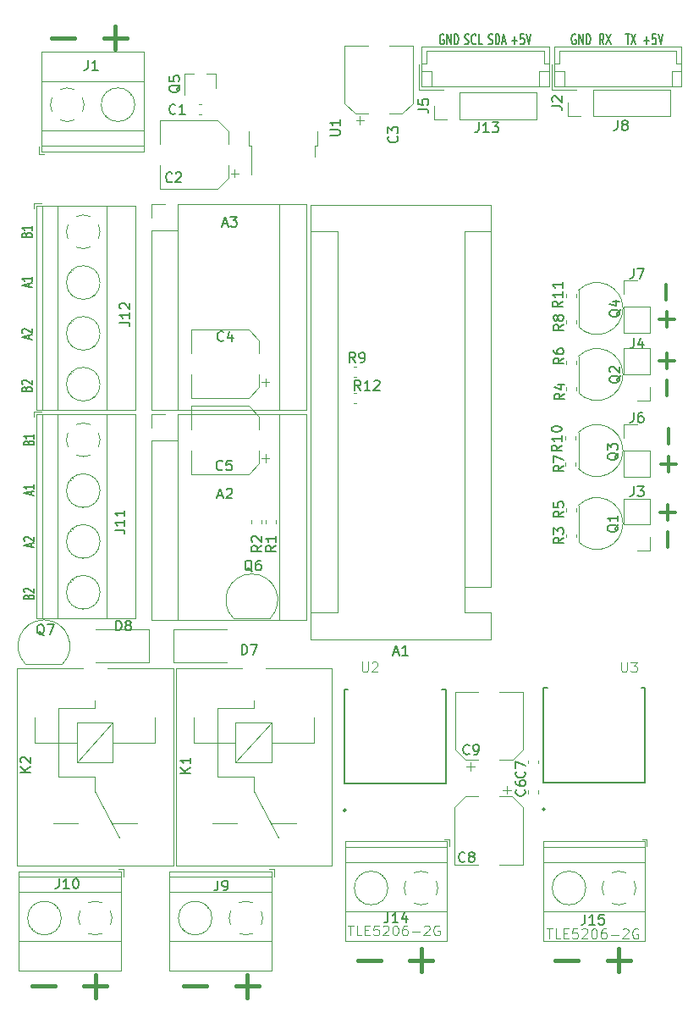
<source format=gbr>
G04 #@! TF.GenerationSoftware,KiCad,Pcbnew,(5.1.0)-1*
G04 #@! TF.CreationDate,2019-05-09T16:13:53+02:00*
G04 #@! TF.ProjectId,Actuator,41637475-6174-46f7-922e-6b696361645f,rev?*
G04 #@! TF.SameCoordinates,Original*
G04 #@! TF.FileFunction,Legend,Top*
G04 #@! TF.FilePolarity,Positive*
%FSLAX46Y46*%
G04 Gerber Fmt 4.6, Leading zero omitted, Abs format (unit mm)*
G04 Created by KiCad (PCBNEW (5.1.0)-1) date 2019-05-09 16:13:53*
%MOMM*%
%LPD*%
G04 APERTURE LIST*
%ADD10C,0.300000*%
%ADD11C,0.400000*%
%ADD12C,0.150000*%
%ADD13C,0.120000*%
%ADD14C,0.127000*%
%ADD15C,0.200000*%
%ADD16C,0.050000*%
G04 APERTURE END LIST*
D10*
X150711904Y-77707142D02*
X149188095Y-77707142D01*
X149950000Y-76945238D02*
X149950000Y-78469047D01*
X149957142Y-79688095D02*
X149957142Y-81211904D01*
X149188095Y-73592857D02*
X150711904Y-73592857D01*
X149950000Y-74354761D02*
X149950000Y-72830952D01*
X149942857Y-71611904D02*
X149942857Y-70088095D01*
X150811904Y-92857142D02*
X149288095Y-92857142D01*
X150050000Y-92095238D02*
X150050000Y-93619047D01*
X150057142Y-94838095D02*
X150057142Y-96361904D01*
X150142857Y-86011904D02*
X150142857Y-84488095D01*
X149388095Y-87992857D02*
X150911904Y-87992857D01*
X150150000Y-88754761D02*
X150150000Y-87230952D01*
D11*
X88457142Y-45414285D02*
X90742857Y-45414285D01*
X93657142Y-45414285D02*
X95942857Y-45414285D01*
X94800000Y-46557142D02*
X94800000Y-44271428D01*
X86457142Y-140214285D02*
X88742857Y-140214285D01*
X91657142Y-140214285D02*
X93942857Y-140214285D01*
X92800000Y-141357142D02*
X92800000Y-139071428D01*
X101657142Y-140214285D02*
X103942857Y-140214285D01*
X106857142Y-140214285D02*
X109142857Y-140214285D01*
X108000000Y-141357142D02*
X108000000Y-139071428D01*
X138857142Y-137614285D02*
X141142857Y-137614285D01*
X144057142Y-137614285D02*
X146342857Y-137614285D01*
X145200000Y-138757142D02*
X145200000Y-136471428D01*
D12*
X86166666Y-75500000D02*
X86166666Y-75166666D01*
X86452380Y-75566666D02*
X85452380Y-75333333D01*
X86452380Y-75100000D01*
X85547619Y-74900000D02*
X85500000Y-74866666D01*
X85452380Y-74800000D01*
X85452380Y-74633333D01*
X85500000Y-74566666D01*
X85547619Y-74533333D01*
X85642857Y-74500000D01*
X85738095Y-74500000D01*
X85880952Y-74533333D01*
X86452380Y-74933333D01*
X86452380Y-74500000D01*
X85928571Y-65083333D02*
X85976190Y-64983333D01*
X86023809Y-64950000D01*
X86119047Y-64916666D01*
X86261904Y-64916666D01*
X86357142Y-64950000D01*
X86404761Y-64983333D01*
X86452380Y-65050000D01*
X86452380Y-65316666D01*
X85452380Y-65316666D01*
X85452380Y-65083333D01*
X85500000Y-65016666D01*
X85547619Y-64983333D01*
X85642857Y-64950000D01*
X85738095Y-64950000D01*
X85833333Y-64983333D01*
X85880952Y-65016666D01*
X85928571Y-65083333D01*
X85928571Y-65316666D01*
X86452380Y-64250000D02*
X86452380Y-64650000D01*
X86452380Y-64450000D02*
X85452380Y-64450000D01*
X85595238Y-64516666D01*
X85690476Y-64583333D01*
X85738095Y-64650000D01*
X85928571Y-80483333D02*
X85976190Y-80383333D01*
X86023809Y-80350000D01*
X86119047Y-80316666D01*
X86261904Y-80316666D01*
X86357142Y-80350000D01*
X86404761Y-80383333D01*
X86452380Y-80450000D01*
X86452380Y-80716666D01*
X85452380Y-80716666D01*
X85452380Y-80483333D01*
X85500000Y-80416666D01*
X85547619Y-80383333D01*
X85642857Y-80350000D01*
X85738095Y-80350000D01*
X85833333Y-80383333D01*
X85880952Y-80416666D01*
X85928571Y-80483333D01*
X85928571Y-80716666D01*
X85547619Y-80050000D02*
X85500000Y-80016666D01*
X85452380Y-79950000D01*
X85452380Y-79783333D01*
X85500000Y-79716666D01*
X85547619Y-79683333D01*
X85642857Y-79650000D01*
X85738095Y-79650000D01*
X85880952Y-79683333D01*
X86452380Y-80083333D01*
X86452380Y-79650000D01*
X86166666Y-70300000D02*
X86166666Y-69966666D01*
X86452380Y-70366666D02*
X85452380Y-70133333D01*
X86452380Y-69900000D01*
X86452380Y-69300000D02*
X86452380Y-69700000D01*
X86452380Y-69500000D02*
X85452380Y-69500000D01*
X85595238Y-69566666D01*
X85690476Y-69633333D01*
X85738095Y-69700000D01*
X86366666Y-91100000D02*
X86366666Y-90766666D01*
X86652380Y-91166666D02*
X85652380Y-90933333D01*
X86652380Y-90700000D01*
X86652380Y-90100000D02*
X86652380Y-90500000D01*
X86652380Y-90300000D02*
X85652380Y-90300000D01*
X85795238Y-90366666D01*
X85890476Y-90433333D01*
X85938095Y-90500000D01*
X86366666Y-96300000D02*
X86366666Y-95966666D01*
X86652380Y-96366666D02*
X85652380Y-96133333D01*
X86652380Y-95900000D01*
X85747619Y-95700000D02*
X85700000Y-95666666D01*
X85652380Y-95600000D01*
X85652380Y-95433333D01*
X85700000Y-95366666D01*
X85747619Y-95333333D01*
X85842857Y-95300000D01*
X85938095Y-95300000D01*
X86080952Y-95333333D01*
X86652380Y-95733333D01*
X86652380Y-95300000D01*
X86128571Y-101283333D02*
X86176190Y-101183333D01*
X86223809Y-101150000D01*
X86319047Y-101116666D01*
X86461904Y-101116666D01*
X86557142Y-101150000D01*
X86604761Y-101183333D01*
X86652380Y-101250000D01*
X86652380Y-101516666D01*
X85652380Y-101516666D01*
X85652380Y-101283333D01*
X85700000Y-101216666D01*
X85747619Y-101183333D01*
X85842857Y-101150000D01*
X85938095Y-101150000D01*
X86033333Y-101183333D01*
X86080952Y-101216666D01*
X86128571Y-101283333D01*
X86128571Y-101516666D01*
X85747619Y-100850000D02*
X85700000Y-100816666D01*
X85652380Y-100750000D01*
X85652380Y-100583333D01*
X85700000Y-100516666D01*
X85747619Y-100483333D01*
X85842857Y-100450000D01*
X85938095Y-100450000D01*
X86080952Y-100483333D01*
X86652380Y-100883333D01*
X86652380Y-100450000D01*
X86128571Y-85883333D02*
X86176190Y-85783333D01*
X86223809Y-85750000D01*
X86319047Y-85716666D01*
X86461904Y-85716666D01*
X86557142Y-85750000D01*
X86604761Y-85783333D01*
X86652380Y-85850000D01*
X86652380Y-86116666D01*
X85652380Y-86116666D01*
X85652380Y-85883333D01*
X85700000Y-85816666D01*
X85747619Y-85783333D01*
X85842857Y-85750000D01*
X85938095Y-85750000D01*
X86033333Y-85783333D01*
X86080952Y-85816666D01*
X86128571Y-85883333D01*
X86128571Y-86116666D01*
X86652380Y-85050000D02*
X86652380Y-85450000D01*
X86652380Y-85250000D02*
X85652380Y-85250000D01*
X85795238Y-85316666D01*
X85890476Y-85383333D01*
X85938095Y-85450000D01*
D11*
X124257142Y-137614285D02*
X126542857Y-137614285D01*
X125400000Y-138757142D02*
X125400000Y-136471428D01*
X119057142Y-137614285D02*
X121342857Y-137614285D01*
D12*
X145866666Y-45052380D02*
X146266666Y-45052380D01*
X146066666Y-46052380D02*
X146066666Y-45052380D01*
X146433333Y-45052380D02*
X146900000Y-46052380D01*
X146900000Y-45052380D02*
X146433333Y-46052380D01*
X143683333Y-46052380D02*
X143450000Y-45576190D01*
X143283333Y-46052380D02*
X143283333Y-45052380D01*
X143550000Y-45052380D01*
X143616666Y-45100000D01*
X143650000Y-45147619D01*
X143683333Y-45242857D01*
X143683333Y-45385714D01*
X143650000Y-45480952D01*
X143616666Y-45528571D01*
X143550000Y-45576190D01*
X143283333Y-45576190D01*
X143916666Y-45052380D02*
X144383333Y-46052380D01*
X144383333Y-45052380D02*
X143916666Y-46052380D01*
X147700000Y-45671428D02*
X148233333Y-45671428D01*
X147966666Y-46052380D02*
X147966666Y-45290476D01*
X148900000Y-45052380D02*
X148566666Y-45052380D01*
X148533333Y-45528571D01*
X148566666Y-45480952D01*
X148633333Y-45433333D01*
X148800000Y-45433333D01*
X148866666Y-45480952D01*
X148900000Y-45528571D01*
X148933333Y-45623809D01*
X148933333Y-45861904D01*
X148900000Y-45957142D01*
X148866666Y-46004761D01*
X148800000Y-46052380D01*
X148633333Y-46052380D01*
X148566666Y-46004761D01*
X148533333Y-45957142D01*
X149133333Y-45052380D02*
X149366666Y-46052380D01*
X149600000Y-45052380D01*
X140866666Y-45100000D02*
X140800000Y-45052380D01*
X140700000Y-45052380D01*
X140600000Y-45100000D01*
X140533333Y-45195238D01*
X140500000Y-45290476D01*
X140466666Y-45480952D01*
X140466666Y-45623809D01*
X140500000Y-45814285D01*
X140533333Y-45909523D01*
X140600000Y-46004761D01*
X140700000Y-46052380D01*
X140766666Y-46052380D01*
X140866666Y-46004761D01*
X140900000Y-45957142D01*
X140900000Y-45623809D01*
X140766666Y-45623809D01*
X141200000Y-46052380D02*
X141200000Y-45052380D01*
X141600000Y-46052380D01*
X141600000Y-45052380D01*
X141933333Y-46052380D02*
X141933333Y-45052380D01*
X142100000Y-45052380D01*
X142200000Y-45100000D01*
X142266666Y-45195238D01*
X142300000Y-45290476D01*
X142333333Y-45480952D01*
X142333333Y-45623809D01*
X142300000Y-45814285D01*
X142266666Y-45909523D01*
X142200000Y-46004761D01*
X142100000Y-46052380D01*
X141933333Y-46052380D01*
X134500000Y-45671428D02*
X135033333Y-45671428D01*
X134766666Y-46052380D02*
X134766666Y-45290476D01*
X135700000Y-45052380D02*
X135366666Y-45052380D01*
X135333333Y-45528571D01*
X135366666Y-45480952D01*
X135433333Y-45433333D01*
X135600000Y-45433333D01*
X135666666Y-45480952D01*
X135700000Y-45528571D01*
X135733333Y-45623809D01*
X135733333Y-45861904D01*
X135700000Y-45957142D01*
X135666666Y-46004761D01*
X135600000Y-46052380D01*
X135433333Y-46052380D01*
X135366666Y-46004761D01*
X135333333Y-45957142D01*
X135933333Y-45052380D02*
X136166666Y-46052380D01*
X136400000Y-45052380D01*
X132150000Y-46004761D02*
X132250000Y-46052380D01*
X132416666Y-46052380D01*
X132483333Y-46004761D01*
X132516666Y-45957142D01*
X132550000Y-45861904D01*
X132550000Y-45766666D01*
X132516666Y-45671428D01*
X132483333Y-45623809D01*
X132416666Y-45576190D01*
X132283333Y-45528571D01*
X132216666Y-45480952D01*
X132183333Y-45433333D01*
X132150000Y-45338095D01*
X132150000Y-45242857D01*
X132183333Y-45147619D01*
X132216666Y-45100000D01*
X132283333Y-45052380D01*
X132450000Y-45052380D01*
X132550000Y-45100000D01*
X132850000Y-46052380D02*
X132850000Y-45052380D01*
X133016666Y-45052380D01*
X133116666Y-45100000D01*
X133183333Y-45195238D01*
X133216666Y-45290476D01*
X133250000Y-45480952D01*
X133250000Y-45623809D01*
X133216666Y-45814285D01*
X133183333Y-45909523D01*
X133116666Y-46004761D01*
X133016666Y-46052380D01*
X132850000Y-46052380D01*
X133516666Y-45766666D02*
X133850000Y-45766666D01*
X133450000Y-46052380D02*
X133683333Y-45052380D01*
X133916666Y-46052380D01*
X129766666Y-46004761D02*
X129866666Y-46052380D01*
X130033333Y-46052380D01*
X130100000Y-46004761D01*
X130133333Y-45957142D01*
X130166666Y-45861904D01*
X130166666Y-45766666D01*
X130133333Y-45671428D01*
X130100000Y-45623809D01*
X130033333Y-45576190D01*
X129900000Y-45528571D01*
X129833333Y-45480952D01*
X129800000Y-45433333D01*
X129766666Y-45338095D01*
X129766666Y-45242857D01*
X129800000Y-45147619D01*
X129833333Y-45100000D01*
X129900000Y-45052380D01*
X130066666Y-45052380D01*
X130166666Y-45100000D01*
X130866666Y-45957142D02*
X130833333Y-46004761D01*
X130733333Y-46052380D01*
X130666666Y-46052380D01*
X130566666Y-46004761D01*
X130500000Y-45909523D01*
X130466666Y-45814285D01*
X130433333Y-45623809D01*
X130433333Y-45480952D01*
X130466666Y-45290476D01*
X130500000Y-45195238D01*
X130566666Y-45100000D01*
X130666666Y-45052380D01*
X130733333Y-45052380D01*
X130833333Y-45100000D01*
X130866666Y-45147619D01*
X131500000Y-46052380D02*
X131166666Y-46052380D01*
X131166666Y-45052380D01*
X127666666Y-45100000D02*
X127600000Y-45052380D01*
X127500000Y-45052380D01*
X127400000Y-45100000D01*
X127333333Y-45195238D01*
X127300000Y-45290476D01*
X127266666Y-45480952D01*
X127266666Y-45623809D01*
X127300000Y-45814285D01*
X127333333Y-45909523D01*
X127400000Y-46004761D01*
X127500000Y-46052380D01*
X127566666Y-46052380D01*
X127666666Y-46004761D01*
X127700000Y-45957142D01*
X127700000Y-45623809D01*
X127566666Y-45623809D01*
X128000000Y-46052380D02*
X128000000Y-45052380D01*
X128400000Y-46052380D01*
X128400000Y-45052380D01*
X128733333Y-46052380D02*
X128733333Y-45052380D01*
X128900000Y-45052380D01*
X129000000Y-45100000D01*
X129066666Y-45195238D01*
X129100000Y-45290476D01*
X129133333Y-45480952D01*
X129133333Y-45623809D01*
X129100000Y-45814285D01*
X129066666Y-45909523D01*
X129000000Y-46004761D01*
X128900000Y-46052380D01*
X128733333Y-46052380D01*
D13*
X118950279Y-78290000D02*
X118624721Y-78290000D01*
X118950279Y-79310000D02*
X118624721Y-79310000D01*
X118950279Y-80890000D02*
X118624721Y-80890000D01*
X118950279Y-81910000D02*
X118624721Y-81910000D01*
X86700000Y-61960000D02*
X86700000Y-62460000D01*
X87440000Y-61960000D02*
X86700000Y-61960000D01*
X90577000Y-78813000D02*
X90531000Y-78766000D01*
X92875000Y-81110000D02*
X92839000Y-81075000D01*
X90361000Y-79006000D02*
X90326000Y-78971000D01*
X92669000Y-81315000D02*
X92623000Y-81268000D01*
X90577000Y-73733000D02*
X90531000Y-73686000D01*
X92875000Y-76030000D02*
X92839000Y-75995000D01*
X90361000Y-73926000D02*
X90326000Y-73891000D01*
X92669000Y-76235000D02*
X92623000Y-76188000D01*
X90577000Y-68653000D02*
X90531000Y-68606000D01*
X92875000Y-70950000D02*
X92839000Y-70915000D01*
X90361000Y-68846000D02*
X90326000Y-68811000D01*
X92669000Y-71155000D02*
X92623000Y-71108000D01*
X96861000Y-82640000D02*
X86940000Y-82640000D01*
X96861000Y-62200000D02*
X86940000Y-62200000D01*
X86940000Y-62200000D02*
X86940000Y-82640000D01*
X96861000Y-62200000D02*
X96861000Y-82640000D01*
X93901000Y-62200000D02*
X93901000Y-82640000D01*
X89000000Y-62200000D02*
X89000000Y-82640000D01*
X87500000Y-62200000D02*
X87500000Y-82640000D01*
X93280000Y-80040000D02*
G75*
G03X93280000Y-80040000I-1680000J0D01*
G01*
X93280000Y-74960000D02*
G75*
G03X93280000Y-74960000I-1680000J0D01*
G01*
X93280000Y-69880000D02*
G75*
G03X93280000Y-69880000I-1680000J0D01*
G01*
X89919747Y-64828805D02*
G75*
G02X90065000Y-64116000I1680253J28805D01*
G01*
X90916958Y-63264574D02*
G75*
G02X92284000Y-63265000I683042J-1535426D01*
G01*
X93135426Y-64116958D02*
G75*
G02X93135000Y-65484000I-1535426J-683042D01*
G01*
X92283042Y-66335426D02*
G75*
G02X90916000Y-66335000I-683042J1535426D01*
G01*
X90065244Y-65483318D02*
G75*
G02X89920000Y-64800000I1534756J683318D01*
G01*
X128200000Y-125500000D02*
X127700000Y-125500000D01*
X128200000Y-126240000D02*
X128200000Y-125500000D01*
X121627000Y-129377000D02*
X121674000Y-129331000D01*
X119330000Y-131675000D02*
X119365000Y-131639000D01*
X121434000Y-129161000D02*
X121469000Y-129126000D01*
X119125000Y-131469000D02*
X119172000Y-131423000D01*
X117840000Y-135661000D02*
X117840000Y-125740000D01*
X127960000Y-135661000D02*
X127960000Y-125740000D01*
X127960000Y-125740000D02*
X117840000Y-125740000D01*
X127960000Y-135661000D02*
X117840000Y-135661000D01*
X127960000Y-132701000D02*
X117840000Y-132701000D01*
X127960000Y-127800000D02*
X117840000Y-127800000D01*
X127960000Y-126300000D02*
X117840000Y-126300000D01*
X122080000Y-130400000D02*
G75*
G03X122080000Y-130400000I-1680000J0D01*
G01*
X125371195Y-128719747D02*
G75*
G02X126084000Y-128865000I28805J-1680253D01*
G01*
X126935426Y-129716958D02*
G75*
G02X126935000Y-131084000I-1535426J-683042D01*
G01*
X126083042Y-131935426D02*
G75*
G02X124716000Y-131935000I-683042J1535426D01*
G01*
X123864574Y-131083042D02*
G75*
G02X123865000Y-129716000I1535426J683042D01*
G01*
X124716682Y-128865244D02*
G75*
G02X125400000Y-128720000I683318J-1534756D01*
G01*
X108130000Y-54730000D02*
X108130000Y-56230000D01*
X108130000Y-56230000D02*
X108400000Y-56230000D01*
X108400000Y-56230000D02*
X108400000Y-59060000D01*
X115030000Y-54730000D02*
X115030000Y-56230000D01*
X115030000Y-56230000D02*
X114760000Y-56230000D01*
X114760000Y-56230000D02*
X114760000Y-57330000D01*
X106850000Y-117850000D02*
X106850000Y-113850000D01*
X110450000Y-117850000D02*
X106850000Y-117850000D01*
X110450000Y-113850000D02*
X110450000Y-117850000D01*
X106850000Y-113850000D02*
X110450000Y-113850000D01*
X106850000Y-117850000D02*
X110450000Y-113850000D01*
X106850000Y-115850000D02*
X102650000Y-115850000D01*
X114650000Y-115850000D02*
X110450000Y-115850000D01*
X108650000Y-112450000D02*
X105050000Y-112450000D01*
X108650000Y-119250000D02*
X105050000Y-119250000D01*
X105050000Y-119250000D02*
X105050000Y-112450000D01*
X108650000Y-120750000D02*
X111150000Y-125350000D01*
X108650000Y-119250000D02*
X108650000Y-120750000D01*
X114650000Y-115850000D02*
X114650000Y-113350000D01*
X108650000Y-112450000D02*
X108650000Y-111650000D01*
X102650000Y-113350000D02*
X102650000Y-115850000D01*
X112900000Y-123950000D02*
X110400000Y-123950000D01*
X104500000Y-123950000D02*
X106950000Y-123950000D01*
X100900000Y-128200000D02*
X100900000Y-108400000D01*
X116500000Y-128200000D02*
X100900000Y-128200000D01*
X116500000Y-108400000D02*
X116500000Y-128200000D01*
X116500000Y-108400000D02*
X109900000Y-108400000D01*
X107500000Y-108400000D02*
X100900000Y-108400000D01*
X90950000Y-117850000D02*
X90950000Y-113850000D01*
X94550000Y-117850000D02*
X90950000Y-117850000D01*
X94550000Y-113850000D02*
X94550000Y-117850000D01*
X90950000Y-113850000D02*
X94550000Y-113850000D01*
X90950000Y-117850000D02*
X94550000Y-113850000D01*
X90950000Y-115850000D02*
X86750000Y-115850000D01*
X98750000Y-115850000D02*
X94550000Y-115850000D01*
X92750000Y-112450000D02*
X89150000Y-112450000D01*
X92750000Y-119250000D02*
X89150000Y-119250000D01*
X89150000Y-119250000D02*
X89150000Y-112450000D01*
X92750000Y-120750000D02*
X95250000Y-125350000D01*
X92750000Y-119250000D02*
X92750000Y-120750000D01*
X98750000Y-115850000D02*
X98750000Y-113350000D01*
X92750000Y-112450000D02*
X92750000Y-111650000D01*
X86750000Y-113350000D02*
X86750000Y-115850000D01*
X97000000Y-123950000D02*
X94500000Y-123950000D01*
X88600000Y-123950000D02*
X91050000Y-123950000D01*
X85000000Y-128200000D02*
X85000000Y-108400000D01*
X100600000Y-128200000D02*
X85000000Y-128200000D01*
X100600000Y-108400000D02*
X100600000Y-128200000D01*
X100600000Y-108400000D02*
X94000000Y-108400000D01*
X91600000Y-108400000D02*
X85000000Y-108400000D01*
X129730000Y-100330000D02*
X129730000Y-102870000D01*
X129730000Y-102870000D02*
X132400000Y-102870000D01*
X132400000Y-100330000D02*
X132400000Y-62100000D01*
X132400000Y-105540000D02*
X132400000Y-102870000D01*
X117030000Y-102870000D02*
X114360000Y-102870000D01*
X117030000Y-102870000D02*
X117030000Y-64770000D01*
X117030000Y-64770000D02*
X114360000Y-64770000D01*
X129730000Y-100330000D02*
X132400000Y-100330000D01*
X129730000Y-100330000D02*
X129730000Y-64770000D01*
X129730000Y-64770000D02*
X132400000Y-64770000D01*
X132400000Y-62100000D02*
X114360000Y-62100000D01*
X114360000Y-62100000D02*
X114360000Y-105540000D01*
X114360000Y-105540000D02*
X132400000Y-105540000D01*
X113900000Y-83000000D02*
X101070000Y-83000000D01*
X113900000Y-103580000D02*
X113900000Y-83000000D01*
X98400000Y-103580000D02*
X113900000Y-103580000D01*
X98400000Y-85670000D02*
X98400000Y-103580000D01*
X101070000Y-85670000D02*
X98400000Y-85670000D01*
X101070000Y-83000000D02*
X101070000Y-85670000D01*
X98400000Y-83000000D02*
X98400000Y-84400000D01*
X99800000Y-83000000D02*
X98400000Y-83000000D01*
X101070000Y-85670000D02*
X101070000Y-103580000D01*
X111230000Y-83000000D02*
X111230000Y-103580000D01*
X111230000Y-62000000D02*
X111230000Y-82580000D01*
X101070000Y-64670000D02*
X101070000Y-82580000D01*
X99800000Y-62000000D02*
X98400000Y-62000000D01*
X98400000Y-62000000D02*
X98400000Y-63400000D01*
X101070000Y-62000000D02*
X101070000Y-64670000D01*
X101070000Y-64670000D02*
X98400000Y-64670000D01*
X98400000Y-64670000D02*
X98400000Y-82580000D01*
X98400000Y-82580000D02*
X113900000Y-82580000D01*
X113900000Y-82580000D02*
X113900000Y-62000000D01*
X113900000Y-62000000D02*
X101070000Y-62000000D01*
X103462779Y-53060000D02*
X103137221Y-53060000D01*
X103462779Y-52040000D02*
X103137221Y-52040000D01*
X106743750Y-59341250D02*
X106743750Y-58553750D01*
X107137500Y-58947500D02*
X106350000Y-58947500D01*
X106110000Y-54754437D02*
X105045563Y-53690000D01*
X106110000Y-59445563D02*
X105045563Y-60510000D01*
X106110000Y-59445563D02*
X106110000Y-58160000D01*
X106110000Y-54754437D02*
X106110000Y-56040000D01*
X105045563Y-53690000D02*
X99290000Y-53690000D01*
X105045563Y-60510000D02*
X99290000Y-60510000D01*
X99290000Y-60510000D02*
X99290000Y-58160000D01*
X99290000Y-53690000D02*
X99290000Y-56040000D01*
X124550000Y-46190000D02*
X122200000Y-46190000D01*
X117730000Y-46190000D02*
X120080000Y-46190000D01*
X117730000Y-51945563D02*
X117730000Y-46190000D01*
X124550000Y-51945563D02*
X124550000Y-46190000D01*
X123485563Y-53010000D02*
X122200000Y-53010000D01*
X118794437Y-53010000D02*
X120080000Y-53010000D01*
X118794437Y-53010000D02*
X117730000Y-51945563D01*
X123485563Y-53010000D02*
X124550000Y-51945563D01*
X119292500Y-54037500D02*
X119292500Y-53250000D01*
X118898750Y-53643750D02*
X119686250Y-53643750D01*
X109843750Y-80241250D02*
X109843750Y-79453750D01*
X110237500Y-79847500D02*
X109450000Y-79847500D01*
X109210000Y-75654437D02*
X108145563Y-74590000D01*
X109210000Y-80345563D02*
X108145563Y-81410000D01*
X109210000Y-80345563D02*
X109210000Y-79060000D01*
X109210000Y-75654437D02*
X109210000Y-76940000D01*
X108145563Y-74590000D02*
X102390000Y-74590000D01*
X108145563Y-81410000D02*
X102390000Y-81410000D01*
X102390000Y-81410000D02*
X102390000Y-79060000D01*
X102390000Y-74590000D02*
X102390000Y-76940000D01*
X102390000Y-82190000D02*
X102390000Y-84540000D01*
X102390000Y-89010000D02*
X102390000Y-86660000D01*
X108145563Y-89010000D02*
X102390000Y-89010000D01*
X108145563Y-82190000D02*
X102390000Y-82190000D01*
X109210000Y-83254437D02*
X109210000Y-84540000D01*
X109210000Y-87945563D02*
X109210000Y-86660000D01*
X109210000Y-87945563D02*
X108145563Y-89010000D01*
X109210000Y-83254437D02*
X108145563Y-82190000D01*
X110237500Y-87447500D02*
X109450000Y-87447500D01*
X109843750Y-87841250D02*
X109843750Y-87053750D01*
X137110000Y-120624721D02*
X137110000Y-120950279D01*
X136090000Y-120624721D02*
X136090000Y-120950279D01*
X137110000Y-117950279D02*
X137110000Y-117624721D01*
X136090000Y-117950279D02*
X136090000Y-117624721D01*
X128740000Y-128040000D02*
X131090000Y-128040000D01*
X135560000Y-128040000D02*
X133210000Y-128040000D01*
X135560000Y-122284437D02*
X135560000Y-128040000D01*
X128740000Y-122284437D02*
X128740000Y-128040000D01*
X129804437Y-121220000D02*
X131090000Y-121220000D01*
X134495563Y-121220000D02*
X133210000Y-121220000D01*
X134495563Y-121220000D02*
X135560000Y-122284437D01*
X129804437Y-121220000D02*
X128740000Y-122284437D01*
X133997500Y-120192500D02*
X133997500Y-120980000D01*
X134391250Y-120586250D02*
X133603750Y-120586250D01*
X135610000Y-110790000D02*
X133260000Y-110790000D01*
X128790000Y-110790000D02*
X131140000Y-110790000D01*
X128790000Y-116545563D02*
X128790000Y-110790000D01*
X135610000Y-116545563D02*
X135610000Y-110790000D01*
X134545563Y-117610000D02*
X133260000Y-117610000D01*
X129854437Y-117610000D02*
X131140000Y-117610000D01*
X129854437Y-117610000D02*
X128790000Y-116545563D01*
X134545563Y-117610000D02*
X135610000Y-116545563D01*
X130352500Y-118637500D02*
X130352500Y-117850000D01*
X129958750Y-118243750D02*
X130746250Y-118243750D01*
X100600000Y-104550000D02*
X106000000Y-104550000D01*
X100600000Y-107850000D02*
X106000000Y-107850000D01*
X100600000Y-104550000D02*
X100600000Y-107850000D01*
X98200000Y-107850000D02*
X98200000Y-104550000D01*
X98200000Y-104550000D02*
X92800000Y-104550000D01*
X98200000Y-107850000D02*
X92800000Y-107850000D01*
X90683318Y-53634756D02*
G75*
G02X90000000Y-53780000I-683318J1534756D01*
G01*
X91535426Y-51416958D02*
G75*
G02X91535000Y-52784000I-1535426J-683042D01*
G01*
X89316958Y-50564574D02*
G75*
G02X90684000Y-50565000I683042J-1535426D01*
G01*
X88464574Y-52783042D02*
G75*
G02X88465000Y-51416000I1535426J683042D01*
G01*
X90028805Y-53780253D02*
G75*
G02X89316000Y-53635000I-28805J1680253D01*
G01*
X96760000Y-52100000D02*
G75*
G03X96760000Y-52100000I-1680000J0D01*
G01*
X87400000Y-56200000D02*
X97680000Y-56200000D01*
X87400000Y-54700000D02*
X97680000Y-54700000D01*
X87400000Y-49799000D02*
X97680000Y-49799000D01*
X87400000Y-46839000D02*
X97680000Y-46839000D01*
X87400000Y-56760000D02*
X97680000Y-56760000D01*
X87400000Y-46839000D02*
X87400000Y-56760000D01*
X97680000Y-46839000D02*
X97680000Y-56760000D01*
X96355000Y-51031000D02*
X96308000Y-51077000D01*
X94046000Y-53339000D02*
X94011000Y-53374000D01*
X96150000Y-50825000D02*
X96115000Y-50861000D01*
X93853000Y-53123000D02*
X93806000Y-53169000D01*
X87160000Y-56260000D02*
X87160000Y-57000000D01*
X87160000Y-57000000D02*
X87660000Y-57000000D01*
X150330000Y-53230000D02*
X150330000Y-50570000D01*
X142650000Y-53230000D02*
X150330000Y-53230000D01*
X142650000Y-50570000D02*
X150330000Y-50570000D01*
X142650000Y-53230000D02*
X142650000Y-50570000D01*
X141380000Y-53230000D02*
X140050000Y-53230000D01*
X140050000Y-53230000D02*
X140050000Y-51900000D01*
X148330000Y-91470000D02*
X145670000Y-91470000D01*
X148330000Y-94070000D02*
X148330000Y-91470000D01*
X145670000Y-94070000D02*
X145670000Y-91470000D01*
X148330000Y-94070000D02*
X145670000Y-94070000D01*
X148330000Y-95340000D02*
X148330000Y-96670000D01*
X148330000Y-96670000D02*
X147000000Y-96670000D01*
X148330000Y-76470000D02*
X145670000Y-76470000D01*
X148330000Y-79070000D02*
X148330000Y-76470000D01*
X145670000Y-79070000D02*
X145670000Y-76470000D01*
X148330000Y-79070000D02*
X145670000Y-79070000D01*
X148330000Y-80340000D02*
X148330000Y-81670000D01*
X148330000Y-81670000D02*
X147000000Y-81670000D01*
X126670000Y-53530000D02*
X126670000Y-52200000D01*
X128000000Y-53530000D02*
X126670000Y-53530000D01*
X129270000Y-53530000D02*
X129270000Y-50870000D01*
X129270000Y-50870000D02*
X136950000Y-50870000D01*
X129270000Y-53530000D02*
X136950000Y-53530000D01*
X136950000Y-53530000D02*
X136950000Y-50870000D01*
X145670000Y-84070000D02*
X147000000Y-84070000D01*
X145670000Y-85400000D02*
X145670000Y-84070000D01*
X145670000Y-86670000D02*
X148330000Y-86670000D01*
X148330000Y-86670000D02*
X148330000Y-89270000D01*
X145670000Y-86670000D02*
X145670000Y-89270000D01*
X145670000Y-89270000D02*
X148330000Y-89270000D01*
X145670000Y-69670000D02*
X147000000Y-69670000D01*
X145670000Y-71000000D02*
X145670000Y-69670000D01*
X145670000Y-72270000D02*
X148330000Y-72270000D01*
X148330000Y-72270000D02*
X148330000Y-74870000D01*
X145670000Y-72270000D02*
X145670000Y-74870000D01*
X145670000Y-74870000D02*
X148330000Y-74870000D01*
X138742000Y-46248000D02*
X138742000Y-50268000D01*
X138742000Y-50268000D02*
X151462000Y-50268000D01*
X151462000Y-50268000D02*
X151462000Y-46248000D01*
X151462000Y-46248000D02*
X138742000Y-46248000D01*
X138742000Y-47958000D02*
X139242000Y-47958000D01*
X139242000Y-47958000D02*
X139242000Y-46748000D01*
X139242000Y-46748000D02*
X150962000Y-46748000D01*
X150962000Y-46748000D02*
X150962000Y-47958000D01*
X150962000Y-47958000D02*
X151462000Y-47958000D01*
X138742000Y-48768000D02*
X139742000Y-48768000D01*
X139742000Y-48768000D02*
X139742000Y-50268000D01*
X151462000Y-48768000D02*
X150462000Y-48768000D01*
X150462000Y-48768000D02*
X150462000Y-50268000D01*
X138442000Y-48068000D02*
X138442000Y-50568000D01*
X138442000Y-50568000D02*
X140942000Y-50568000D01*
X110720000Y-128500000D02*
X110220000Y-128500000D01*
X110720000Y-129240000D02*
X110720000Y-128500000D01*
X104027000Y-132377000D02*
X104074000Y-132331000D01*
X101730000Y-134675000D02*
X101765000Y-134639000D01*
X103834000Y-132161000D02*
X103869000Y-132126000D01*
X101525000Y-134469000D02*
X101572000Y-134423000D01*
X100200000Y-138661000D02*
X100200000Y-128740000D01*
X110480000Y-138661000D02*
X110480000Y-128740000D01*
X110480000Y-128740000D02*
X100200000Y-128740000D01*
X110480000Y-138661000D02*
X100200000Y-138661000D01*
X110480000Y-135701000D02*
X100200000Y-135701000D01*
X110480000Y-130800000D02*
X100200000Y-130800000D01*
X110480000Y-129300000D02*
X100200000Y-129300000D01*
X104480000Y-133400000D02*
G75*
G03X104480000Y-133400000I-1680000J0D01*
G01*
X107851195Y-131719747D02*
G75*
G02X108564000Y-131865000I28805J-1680253D01*
G01*
X109415426Y-132716958D02*
G75*
G02X109415000Y-134084000I-1535426J-683042D01*
G01*
X108563042Y-134935426D02*
G75*
G02X107196000Y-134935000I-683042J1535426D01*
G01*
X106344574Y-134083042D02*
G75*
G02X106345000Y-132716000I1535426J683042D01*
G01*
X107196682Y-131865244D02*
G75*
G02X107880000Y-131720000I683318J-1534756D01*
G01*
X92116682Y-131865244D02*
G75*
G02X92800000Y-131720000I683318J-1534756D01*
G01*
X91264574Y-134083042D02*
G75*
G02X91265000Y-132716000I1535426J683042D01*
G01*
X93483042Y-134935426D02*
G75*
G02X92116000Y-134935000I-683042J1535426D01*
G01*
X94335426Y-132716958D02*
G75*
G02X94335000Y-134084000I-1535426J-683042D01*
G01*
X92771195Y-131719747D02*
G75*
G02X93484000Y-131865000I28805J-1680253D01*
G01*
X89400000Y-133400000D02*
G75*
G03X89400000Y-133400000I-1680000J0D01*
G01*
X95400000Y-129300000D02*
X85120000Y-129300000D01*
X95400000Y-130800000D02*
X85120000Y-130800000D01*
X95400000Y-135701000D02*
X85120000Y-135701000D01*
X95400000Y-138661000D02*
X85120000Y-138661000D01*
X95400000Y-128740000D02*
X85120000Y-128740000D01*
X95400000Y-138661000D02*
X95400000Y-128740000D01*
X85120000Y-138661000D02*
X85120000Y-128740000D01*
X86445000Y-134469000D02*
X86492000Y-134423000D01*
X88754000Y-132161000D02*
X88789000Y-132126000D01*
X86650000Y-134675000D02*
X86685000Y-134639000D01*
X88947000Y-132377000D02*
X88994000Y-132331000D01*
X95640000Y-129240000D02*
X95640000Y-128500000D01*
X95640000Y-128500000D02*
X95140000Y-128500000D01*
X90065244Y-86283318D02*
G75*
G02X89920000Y-85600000I1534756J683318D01*
G01*
X92283042Y-87135426D02*
G75*
G02X90916000Y-87135000I-683042J1535426D01*
G01*
X93135426Y-84916958D02*
G75*
G02X93135000Y-86284000I-1535426J-683042D01*
G01*
X90916958Y-84064574D02*
G75*
G02X92284000Y-84065000I683042J-1535426D01*
G01*
X89919747Y-85628805D02*
G75*
G02X90065000Y-84916000I1680253J28805D01*
G01*
X93280000Y-90680000D02*
G75*
G03X93280000Y-90680000I-1680000J0D01*
G01*
X93280000Y-95760000D02*
G75*
G03X93280000Y-95760000I-1680000J0D01*
G01*
X93280000Y-100840000D02*
G75*
G03X93280000Y-100840000I-1680000J0D01*
G01*
X87500000Y-83000000D02*
X87500000Y-103440000D01*
X89000000Y-83000000D02*
X89000000Y-103440000D01*
X93901000Y-83000000D02*
X93901000Y-103440000D01*
X96861000Y-83000000D02*
X96861000Y-103440000D01*
X86940000Y-83000000D02*
X86940000Y-103440000D01*
X96861000Y-83000000D02*
X86940000Y-83000000D01*
X96861000Y-103440000D02*
X86940000Y-103440000D01*
X92669000Y-91955000D02*
X92623000Y-91908000D01*
X90361000Y-89646000D02*
X90326000Y-89611000D01*
X92875000Y-91750000D02*
X92839000Y-91715000D01*
X90577000Y-89453000D02*
X90531000Y-89406000D01*
X92669000Y-97035000D02*
X92623000Y-96988000D01*
X90361000Y-94726000D02*
X90326000Y-94691000D01*
X92875000Y-96830000D02*
X92839000Y-96795000D01*
X90577000Y-94533000D02*
X90531000Y-94486000D01*
X92669000Y-102115000D02*
X92623000Y-102068000D01*
X90361000Y-99806000D02*
X90326000Y-99771000D01*
X92875000Y-101910000D02*
X92839000Y-101875000D01*
X90577000Y-99613000D02*
X90531000Y-99566000D01*
X87440000Y-82760000D02*
X86700000Y-82760000D01*
X86700000Y-82760000D02*
X86700000Y-83260000D01*
X125180000Y-50568000D02*
X127680000Y-50568000D01*
X125180000Y-48068000D02*
X125180000Y-50568000D01*
X137200000Y-48768000D02*
X137200000Y-50268000D01*
X138200000Y-48768000D02*
X137200000Y-48768000D01*
X126480000Y-48768000D02*
X126480000Y-50268000D01*
X125480000Y-48768000D02*
X126480000Y-48768000D01*
X137700000Y-47958000D02*
X138200000Y-47958000D01*
X137700000Y-46748000D02*
X137700000Y-47958000D01*
X125980000Y-46748000D02*
X137700000Y-46748000D01*
X125980000Y-47958000D02*
X125980000Y-46748000D01*
X125480000Y-47958000D02*
X125980000Y-47958000D01*
X138200000Y-46248000D02*
X125480000Y-46248000D01*
X138200000Y-50268000D02*
X138200000Y-46248000D01*
X125480000Y-50268000D02*
X138200000Y-50268000D01*
X125480000Y-46248000D02*
X125480000Y-50268000D01*
X148000000Y-125500000D02*
X147500000Y-125500000D01*
X148000000Y-126240000D02*
X148000000Y-125500000D01*
X141427000Y-129377000D02*
X141474000Y-129331000D01*
X139130000Y-131675000D02*
X139165000Y-131639000D01*
X141234000Y-129161000D02*
X141269000Y-129126000D01*
X138925000Y-131469000D02*
X138972000Y-131423000D01*
X137640000Y-135661000D02*
X137640000Y-125740000D01*
X147760000Y-135661000D02*
X147760000Y-125740000D01*
X147760000Y-125740000D02*
X137640000Y-125740000D01*
X147760000Y-135661000D02*
X137640000Y-135661000D01*
X147760000Y-132701000D02*
X137640000Y-132701000D01*
X147760000Y-127800000D02*
X137640000Y-127800000D01*
X147760000Y-126300000D02*
X137640000Y-126300000D01*
X141880000Y-130400000D02*
G75*
G03X141880000Y-130400000I-1680000J0D01*
G01*
X145171195Y-128719747D02*
G75*
G02X145884000Y-128865000I28805J-1680253D01*
G01*
X146735426Y-129716958D02*
G75*
G02X146735000Y-131084000I-1535426J-683042D01*
G01*
X145883042Y-131935426D02*
G75*
G02X144516000Y-131935000I-683042J1535426D01*
G01*
X143664574Y-131083042D02*
G75*
G02X143665000Y-129716000I1535426J683042D01*
G01*
X144516682Y-128865244D02*
G75*
G02X145200000Y-128720000I683318J-1534756D01*
G01*
X141150000Y-92170000D02*
X141150000Y-95770000D01*
X141161522Y-92131522D02*
G75*
G02X145600000Y-93970000I1838478J-1838478D01*
G01*
X141161522Y-95808478D02*
G75*
G03X145600000Y-93970000I1838478J1838478D01*
G01*
X141150000Y-77270000D02*
X141150000Y-80870000D01*
X141161522Y-77231522D02*
G75*
G02X145600000Y-79070000I1838478J-1838478D01*
G01*
X141161522Y-80908478D02*
G75*
G03X145600000Y-79070000I1838478J1838478D01*
G01*
X141150000Y-84870000D02*
X141150000Y-88470000D01*
X141161522Y-84831522D02*
G75*
G02X145600000Y-86670000I1838478J-1838478D01*
G01*
X141161522Y-88508478D02*
G75*
G03X145600000Y-86670000I1838478J1838478D01*
G01*
X141150000Y-70670000D02*
X141150000Y-74270000D01*
X141161522Y-70631522D02*
G75*
G02X145600000Y-72470000I1838478J-1838478D01*
G01*
X141161522Y-74308478D02*
G75*
G03X145600000Y-72470000I1838478J1838478D01*
G01*
X104880000Y-48996000D02*
X103950000Y-48996000D01*
X101720000Y-48996000D02*
X102650000Y-48996000D01*
X101720000Y-48996000D02*
X101720000Y-51156000D01*
X104880000Y-48996000D02*
X104880000Y-50456000D01*
X110308478Y-103438478D02*
G75*
G03X108470000Y-99000000I-1838478J1838478D01*
G01*
X106631522Y-103438478D02*
G75*
G02X108470000Y-99000000I1838478J1838478D01*
G01*
X106670000Y-103450000D02*
X110270000Y-103450000D01*
X89508478Y-108038478D02*
G75*
G03X87670000Y-103600000I-1838478J1838478D01*
G01*
X85831522Y-108038478D02*
G75*
G02X87670000Y-103600000I1838478J1838478D01*
G01*
X85870000Y-108050000D02*
X89470000Y-108050000D01*
X109460000Y-93975279D02*
X109460000Y-93649721D01*
X108440000Y-93975279D02*
X108440000Y-93649721D01*
X110860000Y-93649721D02*
X110860000Y-93975279D01*
X109840000Y-93649721D02*
X109840000Y-93975279D01*
X139890000Y-95350279D02*
X139890000Y-95024721D01*
X140910000Y-95350279D02*
X140910000Y-95024721D01*
X140910000Y-80662779D02*
X140910000Y-80337221D01*
X139890000Y-80662779D02*
X139890000Y-80337221D01*
X140910000Y-92424721D02*
X140910000Y-92750279D01*
X139890000Y-92424721D02*
X139890000Y-92750279D01*
X139890000Y-77737221D02*
X139890000Y-78062779D01*
X140910000Y-77737221D02*
X140910000Y-78062779D01*
X139790000Y-88175279D02*
X139790000Y-87849721D01*
X140810000Y-88175279D02*
X140810000Y-87849721D01*
X140910000Y-73952279D02*
X140910000Y-73626721D01*
X139890000Y-73952279D02*
X139890000Y-73626721D01*
X139790000Y-85224721D02*
X139790000Y-85550279D01*
X140810000Y-85224721D02*
X140810000Y-85550279D01*
X140910000Y-71024721D02*
X140910000Y-71350279D01*
X139890000Y-71024721D02*
X139890000Y-71350279D01*
D14*
X127500000Y-110520000D02*
X127900000Y-110520000D01*
X117700000Y-110520000D02*
X118100000Y-110520000D01*
X117700000Y-119990000D02*
X117700000Y-110520000D01*
X127900000Y-119990000D02*
X117700000Y-119990000D01*
X127900000Y-110520000D02*
X127900000Y-119990000D01*
D15*
X117895000Y-122635000D02*
G75*
G03X117895000Y-122635000I-150000J0D01*
G01*
X137827000Y-122539000D02*
G75*
G03X137827000Y-122539000I-150000J0D01*
G01*
D14*
X147832000Y-110424000D02*
X147832000Y-119894000D01*
X147832000Y-119894000D02*
X137632000Y-119894000D01*
X137632000Y-119894000D02*
X137632000Y-110424000D01*
X137632000Y-110424000D02*
X138032000Y-110424000D01*
X147432000Y-110424000D02*
X147832000Y-110424000D01*
D12*
X118833333Y-77852380D02*
X118500000Y-77376190D01*
X118261904Y-77852380D02*
X118261904Y-76852380D01*
X118642857Y-76852380D01*
X118738095Y-76900000D01*
X118785714Y-76947619D01*
X118833333Y-77042857D01*
X118833333Y-77185714D01*
X118785714Y-77280952D01*
X118738095Y-77328571D01*
X118642857Y-77376190D01*
X118261904Y-77376190D01*
X119309523Y-77852380D02*
X119500000Y-77852380D01*
X119595238Y-77804761D01*
X119642857Y-77757142D01*
X119738095Y-77614285D01*
X119785714Y-77423809D01*
X119785714Y-77042857D01*
X119738095Y-76947619D01*
X119690476Y-76900000D01*
X119595238Y-76852380D01*
X119404761Y-76852380D01*
X119309523Y-76900000D01*
X119261904Y-76947619D01*
X119214285Y-77042857D01*
X119214285Y-77280952D01*
X119261904Y-77376190D01*
X119309523Y-77423809D01*
X119404761Y-77471428D01*
X119595238Y-77471428D01*
X119690476Y-77423809D01*
X119738095Y-77376190D01*
X119785714Y-77280952D01*
X119357142Y-80652380D02*
X119023809Y-80176190D01*
X118785714Y-80652380D02*
X118785714Y-79652380D01*
X119166666Y-79652380D01*
X119261904Y-79700000D01*
X119309523Y-79747619D01*
X119357142Y-79842857D01*
X119357142Y-79985714D01*
X119309523Y-80080952D01*
X119261904Y-80128571D01*
X119166666Y-80176190D01*
X118785714Y-80176190D01*
X120309523Y-80652380D02*
X119738095Y-80652380D01*
X120023809Y-80652380D02*
X120023809Y-79652380D01*
X119928571Y-79795238D01*
X119833333Y-79890476D01*
X119738095Y-79938095D01*
X120690476Y-79747619D02*
X120738095Y-79700000D01*
X120833333Y-79652380D01*
X121071428Y-79652380D01*
X121166666Y-79700000D01*
X121214285Y-79747619D01*
X121261904Y-79842857D01*
X121261904Y-79938095D01*
X121214285Y-80080952D01*
X120642857Y-80652380D01*
X121261904Y-80652380D01*
X95252380Y-73859523D02*
X95966666Y-73859523D01*
X96109523Y-73907142D01*
X96204761Y-74002380D01*
X96252380Y-74145238D01*
X96252380Y-74240476D01*
X96252380Y-72859523D02*
X96252380Y-73430952D01*
X96252380Y-73145238D02*
X95252380Y-73145238D01*
X95395238Y-73240476D01*
X95490476Y-73335714D01*
X95538095Y-73430952D01*
X95347619Y-72478571D02*
X95300000Y-72430952D01*
X95252380Y-72335714D01*
X95252380Y-72097619D01*
X95300000Y-72002380D01*
X95347619Y-71954761D01*
X95442857Y-71907142D01*
X95538095Y-71907142D01*
X95680952Y-71954761D01*
X96252380Y-72526190D01*
X96252380Y-71907142D01*
X122090476Y-132852380D02*
X122090476Y-133566666D01*
X122042857Y-133709523D01*
X121947619Y-133804761D01*
X121804761Y-133852380D01*
X121709523Y-133852380D01*
X123090476Y-133852380D02*
X122519047Y-133852380D01*
X122804761Y-133852380D02*
X122804761Y-132852380D01*
X122709523Y-132995238D01*
X122614285Y-133090476D01*
X122519047Y-133138095D01*
X123947619Y-133185714D02*
X123947619Y-133852380D01*
X123709523Y-132804761D02*
X123471428Y-133519047D01*
X124090476Y-133519047D01*
X116282380Y-55171904D02*
X117091904Y-55171904D01*
X117187142Y-55124285D01*
X117234761Y-55076666D01*
X117282380Y-54981428D01*
X117282380Y-54790952D01*
X117234761Y-54695714D01*
X117187142Y-54648095D01*
X117091904Y-54600476D01*
X116282380Y-54600476D01*
X117282380Y-53600476D02*
X117282380Y-54171904D01*
X117282380Y-53886190D02*
X116282380Y-53886190D01*
X116425238Y-53981428D01*
X116520476Y-54076666D01*
X116568095Y-54171904D01*
X102322380Y-118908095D02*
X101322380Y-118908095D01*
X102322380Y-118336666D02*
X101750952Y-118765238D01*
X101322380Y-118336666D02*
X101893809Y-118908095D01*
X102322380Y-117384285D02*
X102322380Y-117955714D01*
X102322380Y-117670000D02*
X101322380Y-117670000D01*
X101465238Y-117765238D01*
X101560476Y-117860476D01*
X101608095Y-117955714D01*
X86302380Y-118818095D02*
X85302380Y-118818095D01*
X86302380Y-118246666D02*
X85730952Y-118675238D01*
X85302380Y-118246666D02*
X85873809Y-118818095D01*
X85397619Y-117865714D02*
X85350000Y-117818095D01*
X85302380Y-117722857D01*
X85302380Y-117484761D01*
X85350000Y-117389523D01*
X85397619Y-117341904D01*
X85492857Y-117294285D01*
X85588095Y-117294285D01*
X85730952Y-117341904D01*
X86302380Y-117913333D01*
X86302380Y-117294285D01*
X122665714Y-106846666D02*
X123141904Y-106846666D01*
X122570476Y-107132380D02*
X122903809Y-106132380D01*
X123237142Y-107132380D01*
X124094285Y-107132380D02*
X123522857Y-107132380D01*
X123808571Y-107132380D02*
X123808571Y-106132380D01*
X123713333Y-106275238D01*
X123618095Y-106370476D01*
X123522857Y-106418095D01*
X105085714Y-91166666D02*
X105561904Y-91166666D01*
X104990476Y-91452380D02*
X105323809Y-90452380D01*
X105657142Y-91452380D01*
X105942857Y-90547619D02*
X105990476Y-90500000D01*
X106085714Y-90452380D01*
X106323809Y-90452380D01*
X106419047Y-90500000D01*
X106466666Y-90547619D01*
X106514285Y-90642857D01*
X106514285Y-90738095D01*
X106466666Y-90880952D01*
X105895238Y-91452380D01*
X106514285Y-91452380D01*
X105535714Y-64016666D02*
X106011904Y-64016666D01*
X105440476Y-64302380D02*
X105773809Y-63302380D01*
X106107142Y-64302380D01*
X106345238Y-63302380D02*
X106964285Y-63302380D01*
X106630952Y-63683333D01*
X106773809Y-63683333D01*
X106869047Y-63730952D01*
X106916666Y-63778571D01*
X106964285Y-63873809D01*
X106964285Y-64111904D01*
X106916666Y-64207142D01*
X106869047Y-64254761D01*
X106773809Y-64302380D01*
X106488095Y-64302380D01*
X106392857Y-64254761D01*
X106345238Y-64207142D01*
X100833333Y-52957142D02*
X100785714Y-53004761D01*
X100642857Y-53052380D01*
X100547619Y-53052380D01*
X100404761Y-53004761D01*
X100309523Y-52909523D01*
X100261904Y-52814285D01*
X100214285Y-52623809D01*
X100214285Y-52480952D01*
X100261904Y-52290476D01*
X100309523Y-52195238D01*
X100404761Y-52100000D01*
X100547619Y-52052380D01*
X100642857Y-52052380D01*
X100785714Y-52100000D01*
X100833333Y-52147619D01*
X101785714Y-53052380D02*
X101214285Y-53052380D01*
X101500000Y-53052380D02*
X101500000Y-52052380D01*
X101404761Y-52195238D01*
X101309523Y-52290476D01*
X101214285Y-52338095D01*
X100483333Y-59757142D02*
X100435714Y-59804761D01*
X100292857Y-59852380D01*
X100197619Y-59852380D01*
X100054761Y-59804761D01*
X99959523Y-59709523D01*
X99911904Y-59614285D01*
X99864285Y-59423809D01*
X99864285Y-59280952D01*
X99911904Y-59090476D01*
X99959523Y-58995238D01*
X100054761Y-58900000D01*
X100197619Y-58852380D01*
X100292857Y-58852380D01*
X100435714Y-58900000D01*
X100483333Y-58947619D01*
X100864285Y-58947619D02*
X100911904Y-58900000D01*
X101007142Y-58852380D01*
X101245238Y-58852380D01*
X101340476Y-58900000D01*
X101388095Y-58947619D01*
X101435714Y-59042857D01*
X101435714Y-59138095D01*
X101388095Y-59280952D01*
X100816666Y-59852380D01*
X101435714Y-59852380D01*
X122997142Y-55266666D02*
X123044761Y-55314285D01*
X123092380Y-55457142D01*
X123092380Y-55552380D01*
X123044761Y-55695238D01*
X122949523Y-55790476D01*
X122854285Y-55838095D01*
X122663809Y-55885714D01*
X122520952Y-55885714D01*
X122330476Y-55838095D01*
X122235238Y-55790476D01*
X122140000Y-55695238D01*
X122092380Y-55552380D01*
X122092380Y-55457142D01*
X122140000Y-55314285D01*
X122187619Y-55266666D01*
X122092380Y-54933333D02*
X122092380Y-54314285D01*
X122473333Y-54647619D01*
X122473333Y-54504761D01*
X122520952Y-54409523D01*
X122568571Y-54361904D01*
X122663809Y-54314285D01*
X122901904Y-54314285D01*
X122997142Y-54361904D01*
X123044761Y-54409523D01*
X123092380Y-54504761D01*
X123092380Y-54790476D01*
X123044761Y-54885714D01*
X122997142Y-54933333D01*
X105633333Y-75657142D02*
X105585714Y-75704761D01*
X105442857Y-75752380D01*
X105347619Y-75752380D01*
X105204761Y-75704761D01*
X105109523Y-75609523D01*
X105061904Y-75514285D01*
X105014285Y-75323809D01*
X105014285Y-75180952D01*
X105061904Y-74990476D01*
X105109523Y-74895238D01*
X105204761Y-74800000D01*
X105347619Y-74752380D01*
X105442857Y-74752380D01*
X105585714Y-74800000D01*
X105633333Y-74847619D01*
X106490476Y-75085714D02*
X106490476Y-75752380D01*
X106252380Y-74704761D02*
X106014285Y-75419047D01*
X106633333Y-75419047D01*
X105533333Y-88557142D02*
X105485714Y-88604761D01*
X105342857Y-88652380D01*
X105247619Y-88652380D01*
X105104761Y-88604761D01*
X105009523Y-88509523D01*
X104961904Y-88414285D01*
X104914285Y-88223809D01*
X104914285Y-88080952D01*
X104961904Y-87890476D01*
X105009523Y-87795238D01*
X105104761Y-87700000D01*
X105247619Y-87652380D01*
X105342857Y-87652380D01*
X105485714Y-87700000D01*
X105533333Y-87747619D01*
X106438095Y-87652380D02*
X105961904Y-87652380D01*
X105914285Y-88128571D01*
X105961904Y-88080952D01*
X106057142Y-88033333D01*
X106295238Y-88033333D01*
X106390476Y-88080952D01*
X106438095Y-88128571D01*
X106485714Y-88223809D01*
X106485714Y-88461904D01*
X106438095Y-88557142D01*
X106390476Y-88604761D01*
X106295238Y-88652380D01*
X106057142Y-88652380D01*
X105961904Y-88604761D01*
X105914285Y-88557142D01*
X135757142Y-120566666D02*
X135804761Y-120614285D01*
X135852380Y-120757142D01*
X135852380Y-120852380D01*
X135804761Y-120995238D01*
X135709523Y-121090476D01*
X135614285Y-121138095D01*
X135423809Y-121185714D01*
X135280952Y-121185714D01*
X135090476Y-121138095D01*
X134995238Y-121090476D01*
X134900000Y-120995238D01*
X134852380Y-120852380D01*
X134852380Y-120757142D01*
X134900000Y-120614285D01*
X134947619Y-120566666D01*
X134852380Y-119709523D02*
X134852380Y-119900000D01*
X134900000Y-119995238D01*
X134947619Y-120042857D01*
X135090476Y-120138095D01*
X135280952Y-120185714D01*
X135661904Y-120185714D01*
X135757142Y-120138095D01*
X135804761Y-120090476D01*
X135852380Y-119995238D01*
X135852380Y-119804761D01*
X135804761Y-119709523D01*
X135757142Y-119661904D01*
X135661904Y-119614285D01*
X135423809Y-119614285D01*
X135328571Y-119661904D01*
X135280952Y-119709523D01*
X135233333Y-119804761D01*
X135233333Y-119995238D01*
X135280952Y-120090476D01*
X135328571Y-120138095D01*
X135423809Y-120185714D01*
X135757142Y-118766666D02*
X135804761Y-118814285D01*
X135852380Y-118957142D01*
X135852380Y-119052380D01*
X135804761Y-119195238D01*
X135709523Y-119290476D01*
X135614285Y-119338095D01*
X135423809Y-119385714D01*
X135280952Y-119385714D01*
X135090476Y-119338095D01*
X134995238Y-119290476D01*
X134900000Y-119195238D01*
X134852380Y-119052380D01*
X134852380Y-118957142D01*
X134900000Y-118814285D01*
X134947619Y-118766666D01*
X134852380Y-118433333D02*
X134852380Y-117766666D01*
X135852380Y-118195238D01*
X129783333Y-127707142D02*
X129735714Y-127754761D01*
X129592857Y-127802380D01*
X129497619Y-127802380D01*
X129354761Y-127754761D01*
X129259523Y-127659523D01*
X129211904Y-127564285D01*
X129164285Y-127373809D01*
X129164285Y-127230952D01*
X129211904Y-127040476D01*
X129259523Y-126945238D01*
X129354761Y-126850000D01*
X129497619Y-126802380D01*
X129592857Y-126802380D01*
X129735714Y-126850000D01*
X129783333Y-126897619D01*
X130354761Y-127230952D02*
X130259523Y-127183333D01*
X130211904Y-127135714D01*
X130164285Y-127040476D01*
X130164285Y-126992857D01*
X130211904Y-126897619D01*
X130259523Y-126850000D01*
X130354761Y-126802380D01*
X130545238Y-126802380D01*
X130640476Y-126850000D01*
X130688095Y-126897619D01*
X130735714Y-126992857D01*
X130735714Y-127040476D01*
X130688095Y-127135714D01*
X130640476Y-127183333D01*
X130545238Y-127230952D01*
X130354761Y-127230952D01*
X130259523Y-127278571D01*
X130211904Y-127326190D01*
X130164285Y-127421428D01*
X130164285Y-127611904D01*
X130211904Y-127707142D01*
X130259523Y-127754761D01*
X130354761Y-127802380D01*
X130545238Y-127802380D01*
X130640476Y-127754761D01*
X130688095Y-127707142D01*
X130735714Y-127611904D01*
X130735714Y-127421428D01*
X130688095Y-127326190D01*
X130640476Y-127278571D01*
X130545238Y-127230952D01*
X130233333Y-116977142D02*
X130185714Y-117024761D01*
X130042857Y-117072380D01*
X129947619Y-117072380D01*
X129804761Y-117024761D01*
X129709523Y-116929523D01*
X129661904Y-116834285D01*
X129614285Y-116643809D01*
X129614285Y-116500952D01*
X129661904Y-116310476D01*
X129709523Y-116215238D01*
X129804761Y-116120000D01*
X129947619Y-116072380D01*
X130042857Y-116072380D01*
X130185714Y-116120000D01*
X130233333Y-116167619D01*
X130709523Y-117072380D02*
X130900000Y-117072380D01*
X130995238Y-117024761D01*
X131042857Y-116977142D01*
X131138095Y-116834285D01*
X131185714Y-116643809D01*
X131185714Y-116262857D01*
X131138095Y-116167619D01*
X131090476Y-116120000D01*
X130995238Y-116072380D01*
X130804761Y-116072380D01*
X130709523Y-116120000D01*
X130661904Y-116167619D01*
X130614285Y-116262857D01*
X130614285Y-116500952D01*
X130661904Y-116596190D01*
X130709523Y-116643809D01*
X130804761Y-116691428D01*
X130995238Y-116691428D01*
X131090476Y-116643809D01*
X131138095Y-116596190D01*
X131185714Y-116500952D01*
X107461904Y-107052380D02*
X107461904Y-106052380D01*
X107700000Y-106052380D01*
X107842857Y-106100000D01*
X107938095Y-106195238D01*
X107985714Y-106290476D01*
X108033333Y-106480952D01*
X108033333Y-106623809D01*
X107985714Y-106814285D01*
X107938095Y-106909523D01*
X107842857Y-107004761D01*
X107700000Y-107052380D01*
X107461904Y-107052380D01*
X108366666Y-106052380D02*
X109033333Y-106052380D01*
X108604761Y-107052380D01*
X94861904Y-104652380D02*
X94861904Y-103652380D01*
X95100000Y-103652380D01*
X95242857Y-103700000D01*
X95338095Y-103795238D01*
X95385714Y-103890476D01*
X95433333Y-104080952D01*
X95433333Y-104223809D01*
X95385714Y-104414285D01*
X95338095Y-104509523D01*
X95242857Y-104604761D01*
X95100000Y-104652380D01*
X94861904Y-104652380D01*
X96004761Y-104080952D02*
X95909523Y-104033333D01*
X95861904Y-103985714D01*
X95814285Y-103890476D01*
X95814285Y-103842857D01*
X95861904Y-103747619D01*
X95909523Y-103700000D01*
X96004761Y-103652380D01*
X96195238Y-103652380D01*
X96290476Y-103700000D01*
X96338095Y-103747619D01*
X96385714Y-103842857D01*
X96385714Y-103890476D01*
X96338095Y-103985714D01*
X96290476Y-104033333D01*
X96195238Y-104080952D01*
X96004761Y-104080952D01*
X95909523Y-104128571D01*
X95861904Y-104176190D01*
X95814285Y-104271428D01*
X95814285Y-104461904D01*
X95861904Y-104557142D01*
X95909523Y-104604761D01*
X96004761Y-104652380D01*
X96195238Y-104652380D01*
X96290476Y-104604761D01*
X96338095Y-104557142D01*
X96385714Y-104461904D01*
X96385714Y-104271428D01*
X96338095Y-104176190D01*
X96290476Y-104128571D01*
X96195238Y-104080952D01*
X92066666Y-47652380D02*
X92066666Y-48366666D01*
X92019047Y-48509523D01*
X91923809Y-48604761D01*
X91780952Y-48652380D01*
X91685714Y-48652380D01*
X93066666Y-48652380D02*
X92495238Y-48652380D01*
X92780952Y-48652380D02*
X92780952Y-47652380D01*
X92685714Y-47795238D01*
X92590476Y-47890476D01*
X92495238Y-47938095D01*
X138502380Y-52233333D02*
X139216666Y-52233333D01*
X139359523Y-52280952D01*
X139454761Y-52376190D01*
X139502380Y-52519047D01*
X139502380Y-52614285D01*
X138597619Y-51804761D02*
X138550000Y-51757142D01*
X138502380Y-51661904D01*
X138502380Y-51423809D01*
X138550000Y-51328571D01*
X138597619Y-51280952D01*
X138692857Y-51233333D01*
X138788095Y-51233333D01*
X138930952Y-51280952D01*
X139502380Y-51852380D01*
X139502380Y-51233333D01*
X146666666Y-90252380D02*
X146666666Y-90966666D01*
X146619047Y-91109523D01*
X146523809Y-91204761D01*
X146380952Y-91252380D01*
X146285714Y-91252380D01*
X147047619Y-90252380D02*
X147666666Y-90252380D01*
X147333333Y-90633333D01*
X147476190Y-90633333D01*
X147571428Y-90680952D01*
X147619047Y-90728571D01*
X147666666Y-90823809D01*
X147666666Y-91061904D01*
X147619047Y-91157142D01*
X147571428Y-91204761D01*
X147476190Y-91252380D01*
X147190476Y-91252380D01*
X147095238Y-91204761D01*
X147047619Y-91157142D01*
X146666666Y-75452380D02*
X146666666Y-76166666D01*
X146619047Y-76309523D01*
X146523809Y-76404761D01*
X146380952Y-76452380D01*
X146285714Y-76452380D01*
X147571428Y-75785714D02*
X147571428Y-76452380D01*
X147333333Y-75404761D02*
X147095238Y-76119047D01*
X147714285Y-76119047D01*
X125122380Y-52533333D02*
X125836666Y-52533333D01*
X125979523Y-52580952D01*
X126074761Y-52676190D01*
X126122380Y-52819047D01*
X126122380Y-52914285D01*
X125122380Y-51580952D02*
X125122380Y-52057142D01*
X125598571Y-52104761D01*
X125550952Y-52057142D01*
X125503333Y-51961904D01*
X125503333Y-51723809D01*
X125550952Y-51628571D01*
X125598571Y-51580952D01*
X125693809Y-51533333D01*
X125931904Y-51533333D01*
X126027142Y-51580952D01*
X126074761Y-51628571D01*
X126122380Y-51723809D01*
X126122380Y-51961904D01*
X126074761Y-52057142D01*
X126027142Y-52104761D01*
X146666666Y-82852380D02*
X146666666Y-83566666D01*
X146619047Y-83709523D01*
X146523809Y-83804761D01*
X146380952Y-83852380D01*
X146285714Y-83852380D01*
X147571428Y-82852380D02*
X147380952Y-82852380D01*
X147285714Y-82900000D01*
X147238095Y-82947619D01*
X147142857Y-83090476D01*
X147095238Y-83280952D01*
X147095238Y-83661904D01*
X147142857Y-83757142D01*
X147190476Y-83804761D01*
X147285714Y-83852380D01*
X147476190Y-83852380D01*
X147571428Y-83804761D01*
X147619047Y-83757142D01*
X147666666Y-83661904D01*
X147666666Y-83423809D01*
X147619047Y-83328571D01*
X147571428Y-83280952D01*
X147476190Y-83233333D01*
X147285714Y-83233333D01*
X147190476Y-83280952D01*
X147142857Y-83328571D01*
X147095238Y-83423809D01*
X146666666Y-68452380D02*
X146666666Y-69166666D01*
X146619047Y-69309523D01*
X146523809Y-69404761D01*
X146380952Y-69452380D01*
X146285714Y-69452380D01*
X147047619Y-68452380D02*
X147714285Y-68452380D01*
X147285714Y-69452380D01*
X145066666Y-53652380D02*
X145066666Y-54366666D01*
X145019047Y-54509523D01*
X144923809Y-54604761D01*
X144780952Y-54652380D01*
X144685714Y-54652380D01*
X145685714Y-54080952D02*
X145590476Y-54033333D01*
X145542857Y-53985714D01*
X145495238Y-53890476D01*
X145495238Y-53842857D01*
X145542857Y-53747619D01*
X145590476Y-53700000D01*
X145685714Y-53652380D01*
X145876190Y-53652380D01*
X145971428Y-53700000D01*
X146019047Y-53747619D01*
X146066666Y-53842857D01*
X146066666Y-53890476D01*
X146019047Y-53985714D01*
X145971428Y-54033333D01*
X145876190Y-54080952D01*
X145685714Y-54080952D01*
X145590476Y-54128571D01*
X145542857Y-54176190D01*
X145495238Y-54271428D01*
X145495238Y-54461904D01*
X145542857Y-54557142D01*
X145590476Y-54604761D01*
X145685714Y-54652380D01*
X145876190Y-54652380D01*
X145971428Y-54604761D01*
X146019047Y-54557142D01*
X146066666Y-54461904D01*
X146066666Y-54271428D01*
X146019047Y-54176190D01*
X145971428Y-54128571D01*
X145876190Y-54080952D01*
X105066666Y-129652380D02*
X105066666Y-130366666D01*
X105019047Y-130509523D01*
X104923809Y-130604761D01*
X104780952Y-130652380D01*
X104685714Y-130652380D01*
X105590476Y-130652380D02*
X105780952Y-130652380D01*
X105876190Y-130604761D01*
X105923809Y-130557142D01*
X106019047Y-130414285D01*
X106066666Y-130223809D01*
X106066666Y-129842857D01*
X106019047Y-129747619D01*
X105971428Y-129700000D01*
X105876190Y-129652380D01*
X105685714Y-129652380D01*
X105590476Y-129700000D01*
X105542857Y-129747619D01*
X105495238Y-129842857D01*
X105495238Y-130080952D01*
X105542857Y-130176190D01*
X105590476Y-130223809D01*
X105685714Y-130271428D01*
X105876190Y-130271428D01*
X105971428Y-130223809D01*
X106019047Y-130176190D01*
X106066666Y-130080952D01*
X89190476Y-129452380D02*
X89190476Y-130166666D01*
X89142857Y-130309523D01*
X89047619Y-130404761D01*
X88904761Y-130452380D01*
X88809523Y-130452380D01*
X90190476Y-130452380D02*
X89619047Y-130452380D01*
X89904761Y-130452380D02*
X89904761Y-129452380D01*
X89809523Y-129595238D01*
X89714285Y-129690476D01*
X89619047Y-129738095D01*
X90809523Y-129452380D02*
X90904761Y-129452380D01*
X91000000Y-129500000D01*
X91047619Y-129547619D01*
X91095238Y-129642857D01*
X91142857Y-129833333D01*
X91142857Y-130071428D01*
X91095238Y-130261904D01*
X91047619Y-130357142D01*
X91000000Y-130404761D01*
X90904761Y-130452380D01*
X90809523Y-130452380D01*
X90714285Y-130404761D01*
X90666666Y-130357142D01*
X90619047Y-130261904D01*
X90571428Y-130071428D01*
X90571428Y-129833333D01*
X90619047Y-129642857D01*
X90666666Y-129547619D01*
X90714285Y-129500000D01*
X90809523Y-129452380D01*
X94752380Y-94609523D02*
X95466666Y-94609523D01*
X95609523Y-94657142D01*
X95704761Y-94752380D01*
X95752380Y-94895238D01*
X95752380Y-94990476D01*
X95752380Y-93609523D02*
X95752380Y-94180952D01*
X95752380Y-93895238D02*
X94752380Y-93895238D01*
X94895238Y-93990476D01*
X94990476Y-94085714D01*
X95038095Y-94180952D01*
X95752380Y-92657142D02*
X95752380Y-93228571D01*
X95752380Y-92942857D02*
X94752380Y-92942857D01*
X94895238Y-93038095D01*
X94990476Y-93133333D01*
X95038095Y-93228571D01*
X131190476Y-53852380D02*
X131190476Y-54566666D01*
X131142857Y-54709523D01*
X131047619Y-54804761D01*
X130904761Y-54852380D01*
X130809523Y-54852380D01*
X132190476Y-54852380D02*
X131619047Y-54852380D01*
X131904761Y-54852380D02*
X131904761Y-53852380D01*
X131809523Y-53995238D01*
X131714285Y-54090476D01*
X131619047Y-54138095D01*
X132523809Y-53852380D02*
X133142857Y-53852380D01*
X132809523Y-54233333D01*
X132952380Y-54233333D01*
X133047619Y-54280952D01*
X133095238Y-54328571D01*
X133142857Y-54423809D01*
X133142857Y-54661904D01*
X133095238Y-54757142D01*
X133047619Y-54804761D01*
X132952380Y-54852380D01*
X132666666Y-54852380D01*
X132571428Y-54804761D01*
X132523809Y-54757142D01*
X141790476Y-133052380D02*
X141790476Y-133766666D01*
X141742857Y-133909523D01*
X141647619Y-134004761D01*
X141504761Y-134052380D01*
X141409523Y-134052380D01*
X142790476Y-134052380D02*
X142219047Y-134052380D01*
X142504761Y-134052380D02*
X142504761Y-133052380D01*
X142409523Y-133195238D01*
X142314285Y-133290476D01*
X142219047Y-133338095D01*
X143695238Y-133052380D02*
X143219047Y-133052380D01*
X143171428Y-133528571D01*
X143219047Y-133480952D01*
X143314285Y-133433333D01*
X143552380Y-133433333D01*
X143647619Y-133480952D01*
X143695238Y-133528571D01*
X143742857Y-133623809D01*
X143742857Y-133861904D01*
X143695238Y-133957142D01*
X143647619Y-134004761D01*
X143552380Y-134052380D01*
X143314285Y-134052380D01*
X143219047Y-134004761D01*
X143171428Y-133957142D01*
X145147619Y-94065238D02*
X145100000Y-94160476D01*
X145004761Y-94255714D01*
X144861904Y-94398571D01*
X144814285Y-94493809D01*
X144814285Y-94589047D01*
X145052380Y-94541428D02*
X145004761Y-94636666D01*
X144909523Y-94731904D01*
X144719047Y-94779523D01*
X144385714Y-94779523D01*
X144195238Y-94731904D01*
X144100000Y-94636666D01*
X144052380Y-94541428D01*
X144052380Y-94350952D01*
X144100000Y-94255714D01*
X144195238Y-94160476D01*
X144385714Y-94112857D01*
X144719047Y-94112857D01*
X144909523Y-94160476D01*
X145004761Y-94255714D01*
X145052380Y-94350952D01*
X145052380Y-94541428D01*
X145052380Y-93160476D02*
X145052380Y-93731904D01*
X145052380Y-93446190D02*
X144052380Y-93446190D01*
X144195238Y-93541428D01*
X144290476Y-93636666D01*
X144338095Y-93731904D01*
X145347619Y-79165238D02*
X145300000Y-79260476D01*
X145204761Y-79355714D01*
X145061904Y-79498571D01*
X145014285Y-79593809D01*
X145014285Y-79689047D01*
X145252380Y-79641428D02*
X145204761Y-79736666D01*
X145109523Y-79831904D01*
X144919047Y-79879523D01*
X144585714Y-79879523D01*
X144395238Y-79831904D01*
X144300000Y-79736666D01*
X144252380Y-79641428D01*
X144252380Y-79450952D01*
X144300000Y-79355714D01*
X144395238Y-79260476D01*
X144585714Y-79212857D01*
X144919047Y-79212857D01*
X145109523Y-79260476D01*
X145204761Y-79355714D01*
X145252380Y-79450952D01*
X145252380Y-79641428D01*
X144347619Y-78831904D02*
X144300000Y-78784285D01*
X144252380Y-78689047D01*
X144252380Y-78450952D01*
X144300000Y-78355714D01*
X144347619Y-78308095D01*
X144442857Y-78260476D01*
X144538095Y-78260476D01*
X144680952Y-78308095D01*
X145252380Y-78879523D01*
X145252380Y-78260476D01*
X145147619Y-86895238D02*
X145100000Y-86990476D01*
X145004761Y-87085714D01*
X144861904Y-87228571D01*
X144814285Y-87323809D01*
X144814285Y-87419047D01*
X145052380Y-87371428D02*
X145004761Y-87466666D01*
X144909523Y-87561904D01*
X144719047Y-87609523D01*
X144385714Y-87609523D01*
X144195238Y-87561904D01*
X144100000Y-87466666D01*
X144052380Y-87371428D01*
X144052380Y-87180952D01*
X144100000Y-87085714D01*
X144195238Y-86990476D01*
X144385714Y-86942857D01*
X144719047Y-86942857D01*
X144909523Y-86990476D01*
X145004761Y-87085714D01*
X145052380Y-87180952D01*
X145052380Y-87371428D01*
X144052380Y-86609523D02*
X144052380Y-85990476D01*
X144433333Y-86323809D01*
X144433333Y-86180952D01*
X144480952Y-86085714D01*
X144528571Y-86038095D01*
X144623809Y-85990476D01*
X144861904Y-85990476D01*
X144957142Y-86038095D01*
X145004761Y-86085714D01*
X145052380Y-86180952D01*
X145052380Y-86466666D01*
X145004761Y-86561904D01*
X144957142Y-86609523D01*
X145347619Y-72565238D02*
X145300000Y-72660476D01*
X145204761Y-72755714D01*
X145061904Y-72898571D01*
X145014285Y-72993809D01*
X145014285Y-73089047D01*
X145252380Y-73041428D02*
X145204761Y-73136666D01*
X145109523Y-73231904D01*
X144919047Y-73279523D01*
X144585714Y-73279523D01*
X144395238Y-73231904D01*
X144300000Y-73136666D01*
X144252380Y-73041428D01*
X144252380Y-72850952D01*
X144300000Y-72755714D01*
X144395238Y-72660476D01*
X144585714Y-72612857D01*
X144919047Y-72612857D01*
X145109523Y-72660476D01*
X145204761Y-72755714D01*
X145252380Y-72850952D01*
X145252380Y-73041428D01*
X144585714Y-71755714D02*
X145252380Y-71755714D01*
X144204761Y-71993809D02*
X144919047Y-72231904D01*
X144919047Y-71612857D01*
X101307619Y-50105238D02*
X101260000Y-50200476D01*
X101164761Y-50295714D01*
X101021904Y-50438571D01*
X100974285Y-50533809D01*
X100974285Y-50629047D01*
X101212380Y-50581428D02*
X101164761Y-50676666D01*
X101069523Y-50771904D01*
X100879047Y-50819523D01*
X100545714Y-50819523D01*
X100355238Y-50771904D01*
X100260000Y-50676666D01*
X100212380Y-50581428D01*
X100212380Y-50390952D01*
X100260000Y-50295714D01*
X100355238Y-50200476D01*
X100545714Y-50152857D01*
X100879047Y-50152857D01*
X101069523Y-50200476D01*
X101164761Y-50295714D01*
X101212380Y-50390952D01*
X101212380Y-50581428D01*
X100212380Y-49248095D02*
X100212380Y-49724285D01*
X100688571Y-49771904D01*
X100640952Y-49724285D01*
X100593333Y-49629047D01*
X100593333Y-49390952D01*
X100640952Y-49295714D01*
X100688571Y-49248095D01*
X100783809Y-49200476D01*
X101021904Y-49200476D01*
X101117142Y-49248095D01*
X101164761Y-49295714D01*
X101212380Y-49390952D01*
X101212380Y-49629047D01*
X101164761Y-49724285D01*
X101117142Y-49771904D01*
X108504761Y-98747619D02*
X108409523Y-98700000D01*
X108314285Y-98604761D01*
X108171428Y-98461904D01*
X108076190Y-98414285D01*
X107980952Y-98414285D01*
X108028571Y-98652380D02*
X107933333Y-98604761D01*
X107838095Y-98509523D01*
X107790476Y-98319047D01*
X107790476Y-97985714D01*
X107838095Y-97795238D01*
X107933333Y-97700000D01*
X108028571Y-97652380D01*
X108219047Y-97652380D01*
X108314285Y-97700000D01*
X108409523Y-97795238D01*
X108457142Y-97985714D01*
X108457142Y-98319047D01*
X108409523Y-98509523D01*
X108314285Y-98604761D01*
X108219047Y-98652380D01*
X108028571Y-98652380D01*
X109314285Y-97652380D02*
X109123809Y-97652380D01*
X109028571Y-97700000D01*
X108980952Y-97747619D01*
X108885714Y-97890476D01*
X108838095Y-98080952D01*
X108838095Y-98461904D01*
X108885714Y-98557142D01*
X108933333Y-98604761D01*
X109028571Y-98652380D01*
X109219047Y-98652380D01*
X109314285Y-98604761D01*
X109361904Y-98557142D01*
X109409523Y-98461904D01*
X109409523Y-98223809D01*
X109361904Y-98128571D01*
X109314285Y-98080952D01*
X109219047Y-98033333D01*
X109028571Y-98033333D01*
X108933333Y-98080952D01*
X108885714Y-98128571D01*
X108838095Y-98223809D01*
X87704761Y-105147619D02*
X87609523Y-105100000D01*
X87514285Y-105004761D01*
X87371428Y-104861904D01*
X87276190Y-104814285D01*
X87180952Y-104814285D01*
X87228571Y-105052380D02*
X87133333Y-105004761D01*
X87038095Y-104909523D01*
X86990476Y-104719047D01*
X86990476Y-104385714D01*
X87038095Y-104195238D01*
X87133333Y-104100000D01*
X87228571Y-104052380D01*
X87419047Y-104052380D01*
X87514285Y-104100000D01*
X87609523Y-104195238D01*
X87657142Y-104385714D01*
X87657142Y-104719047D01*
X87609523Y-104909523D01*
X87514285Y-105004761D01*
X87419047Y-105052380D01*
X87228571Y-105052380D01*
X87990476Y-104052380D02*
X88657142Y-104052380D01*
X88228571Y-105052380D01*
X110852380Y-96166666D02*
X110376190Y-96500000D01*
X110852380Y-96738095D02*
X109852380Y-96738095D01*
X109852380Y-96357142D01*
X109900000Y-96261904D01*
X109947619Y-96214285D01*
X110042857Y-96166666D01*
X110185714Y-96166666D01*
X110280952Y-96214285D01*
X110328571Y-96261904D01*
X110376190Y-96357142D01*
X110376190Y-96738095D01*
X110852380Y-95214285D02*
X110852380Y-95785714D01*
X110852380Y-95500000D02*
X109852380Y-95500000D01*
X109995238Y-95595238D01*
X110090476Y-95690476D01*
X110138095Y-95785714D01*
X109452380Y-96166666D02*
X108976190Y-96500000D01*
X109452380Y-96738095D02*
X108452380Y-96738095D01*
X108452380Y-96357142D01*
X108500000Y-96261904D01*
X108547619Y-96214285D01*
X108642857Y-96166666D01*
X108785714Y-96166666D01*
X108880952Y-96214285D01*
X108928571Y-96261904D01*
X108976190Y-96357142D01*
X108976190Y-96738095D01*
X108547619Y-95785714D02*
X108500000Y-95738095D01*
X108452380Y-95642857D01*
X108452380Y-95404761D01*
X108500000Y-95309523D01*
X108547619Y-95261904D01*
X108642857Y-95214285D01*
X108738095Y-95214285D01*
X108880952Y-95261904D01*
X109452380Y-95833333D01*
X109452380Y-95214285D01*
X139652380Y-95366666D02*
X139176190Y-95700000D01*
X139652380Y-95938095D02*
X138652380Y-95938095D01*
X138652380Y-95557142D01*
X138700000Y-95461904D01*
X138747619Y-95414285D01*
X138842857Y-95366666D01*
X138985714Y-95366666D01*
X139080952Y-95414285D01*
X139128571Y-95461904D01*
X139176190Y-95557142D01*
X139176190Y-95938095D01*
X138652380Y-95033333D02*
X138652380Y-94414285D01*
X139033333Y-94747619D01*
X139033333Y-94604761D01*
X139080952Y-94509523D01*
X139128571Y-94461904D01*
X139223809Y-94414285D01*
X139461904Y-94414285D01*
X139557142Y-94461904D01*
X139604761Y-94509523D01*
X139652380Y-94604761D01*
X139652380Y-94890476D01*
X139604761Y-94985714D01*
X139557142Y-95033333D01*
X139752380Y-80966666D02*
X139276190Y-81300000D01*
X139752380Y-81538095D02*
X138752380Y-81538095D01*
X138752380Y-81157142D01*
X138800000Y-81061904D01*
X138847619Y-81014285D01*
X138942857Y-80966666D01*
X139085714Y-80966666D01*
X139180952Y-81014285D01*
X139228571Y-81061904D01*
X139276190Y-81157142D01*
X139276190Y-81538095D01*
X139085714Y-80109523D02*
X139752380Y-80109523D01*
X138704761Y-80347619D02*
X139419047Y-80585714D01*
X139419047Y-79966666D01*
X139652380Y-92741666D02*
X139176190Y-93075000D01*
X139652380Y-93313095D02*
X138652380Y-93313095D01*
X138652380Y-92932142D01*
X138700000Y-92836904D01*
X138747619Y-92789285D01*
X138842857Y-92741666D01*
X138985714Y-92741666D01*
X139080952Y-92789285D01*
X139128571Y-92836904D01*
X139176190Y-92932142D01*
X139176190Y-93313095D01*
X138652380Y-91836904D02*
X138652380Y-92313095D01*
X139128571Y-92360714D01*
X139080952Y-92313095D01*
X139033333Y-92217857D01*
X139033333Y-91979761D01*
X139080952Y-91884523D01*
X139128571Y-91836904D01*
X139223809Y-91789285D01*
X139461904Y-91789285D01*
X139557142Y-91836904D01*
X139604761Y-91884523D01*
X139652380Y-91979761D01*
X139652380Y-92217857D01*
X139604761Y-92313095D01*
X139557142Y-92360714D01*
X139642380Y-77415166D02*
X139166190Y-77748500D01*
X139642380Y-77986595D02*
X138642380Y-77986595D01*
X138642380Y-77605642D01*
X138690000Y-77510404D01*
X138737619Y-77462785D01*
X138832857Y-77415166D01*
X138975714Y-77415166D01*
X139070952Y-77462785D01*
X139118571Y-77510404D01*
X139166190Y-77605642D01*
X139166190Y-77986595D01*
X138642380Y-76558023D02*
X138642380Y-76748500D01*
X138690000Y-76843738D01*
X138737619Y-76891357D01*
X138880476Y-76986595D01*
X139070952Y-77034214D01*
X139451904Y-77034214D01*
X139547142Y-76986595D01*
X139594761Y-76938976D01*
X139642380Y-76843738D01*
X139642380Y-76653261D01*
X139594761Y-76558023D01*
X139547142Y-76510404D01*
X139451904Y-76462785D01*
X139213809Y-76462785D01*
X139118571Y-76510404D01*
X139070952Y-76558023D01*
X139023333Y-76653261D01*
X139023333Y-76843738D01*
X139070952Y-76938976D01*
X139118571Y-76986595D01*
X139213809Y-77034214D01*
X139652380Y-88166666D02*
X139176190Y-88500000D01*
X139652380Y-88738095D02*
X138652380Y-88738095D01*
X138652380Y-88357142D01*
X138700000Y-88261904D01*
X138747619Y-88214285D01*
X138842857Y-88166666D01*
X138985714Y-88166666D01*
X139080952Y-88214285D01*
X139128571Y-88261904D01*
X139176190Y-88357142D01*
X139176190Y-88738095D01*
X138652380Y-87833333D02*
X138652380Y-87166666D01*
X139652380Y-87595238D01*
X139642380Y-74066666D02*
X139166190Y-74400000D01*
X139642380Y-74638095D02*
X138642380Y-74638095D01*
X138642380Y-74257142D01*
X138690000Y-74161904D01*
X138737619Y-74114285D01*
X138832857Y-74066666D01*
X138975714Y-74066666D01*
X139070952Y-74114285D01*
X139118571Y-74161904D01*
X139166190Y-74257142D01*
X139166190Y-74638095D01*
X139070952Y-73495238D02*
X139023333Y-73590476D01*
X138975714Y-73638095D01*
X138880476Y-73685714D01*
X138832857Y-73685714D01*
X138737619Y-73638095D01*
X138690000Y-73590476D01*
X138642380Y-73495238D01*
X138642380Y-73304761D01*
X138690000Y-73209523D01*
X138737619Y-73161904D01*
X138832857Y-73114285D01*
X138880476Y-73114285D01*
X138975714Y-73161904D01*
X139023333Y-73209523D01*
X139070952Y-73304761D01*
X139070952Y-73495238D01*
X139118571Y-73590476D01*
X139166190Y-73638095D01*
X139261428Y-73685714D01*
X139451904Y-73685714D01*
X139547142Y-73638095D01*
X139594761Y-73590476D01*
X139642380Y-73495238D01*
X139642380Y-73304761D01*
X139594761Y-73209523D01*
X139547142Y-73161904D01*
X139451904Y-73114285D01*
X139261428Y-73114285D01*
X139166190Y-73161904D01*
X139118571Y-73209523D01*
X139070952Y-73304761D01*
X139452380Y-86142857D02*
X138976190Y-86476190D01*
X139452380Y-86714285D02*
X138452380Y-86714285D01*
X138452380Y-86333333D01*
X138500000Y-86238095D01*
X138547619Y-86190476D01*
X138642857Y-86142857D01*
X138785714Y-86142857D01*
X138880952Y-86190476D01*
X138928571Y-86238095D01*
X138976190Y-86333333D01*
X138976190Y-86714285D01*
X139452380Y-85190476D02*
X139452380Y-85761904D01*
X139452380Y-85476190D02*
X138452380Y-85476190D01*
X138595238Y-85571428D01*
X138690476Y-85666666D01*
X138738095Y-85761904D01*
X138452380Y-84571428D02*
X138452380Y-84476190D01*
X138500000Y-84380952D01*
X138547619Y-84333333D01*
X138642857Y-84285714D01*
X138833333Y-84238095D01*
X139071428Y-84238095D01*
X139261904Y-84285714D01*
X139357142Y-84333333D01*
X139404761Y-84380952D01*
X139452380Y-84476190D01*
X139452380Y-84571428D01*
X139404761Y-84666666D01*
X139357142Y-84714285D01*
X139261904Y-84761904D01*
X139071428Y-84809523D01*
X138833333Y-84809523D01*
X138642857Y-84761904D01*
X138547619Y-84714285D01*
X138500000Y-84666666D01*
X138452380Y-84571428D01*
X139542380Y-71739857D02*
X139066190Y-72073190D01*
X139542380Y-72311285D02*
X138542380Y-72311285D01*
X138542380Y-71930333D01*
X138590000Y-71835095D01*
X138637619Y-71787476D01*
X138732857Y-71739857D01*
X138875714Y-71739857D01*
X138970952Y-71787476D01*
X139018571Y-71835095D01*
X139066190Y-71930333D01*
X139066190Y-72311285D01*
X139542380Y-70787476D02*
X139542380Y-71358904D01*
X139542380Y-71073190D02*
X138542380Y-71073190D01*
X138685238Y-71168428D01*
X138780476Y-71263666D01*
X138828095Y-71358904D01*
X139542380Y-69835095D02*
X139542380Y-70406523D01*
X139542380Y-70120809D02*
X138542380Y-70120809D01*
X138685238Y-70216047D01*
X138780476Y-70311285D01*
X138828095Y-70406523D01*
D16*
X119504761Y-107793050D02*
X119504761Y-108603343D01*
X119552425Y-108698672D01*
X119600090Y-108746336D01*
X119695418Y-108794000D01*
X119886075Y-108794000D01*
X119981404Y-108746336D01*
X120029068Y-108698672D01*
X120076732Y-108603343D01*
X120076732Y-107793050D01*
X120505711Y-107888379D02*
X120553375Y-107840715D01*
X120648704Y-107793050D01*
X120887025Y-107793050D01*
X120982354Y-107840715D01*
X121030018Y-107888379D01*
X121077682Y-107983707D01*
X121077682Y-108079036D01*
X121030018Y-108222029D01*
X120458047Y-108794000D01*
X121077682Y-108794000D01*
X118070682Y-134132090D02*
X118642413Y-134132090D01*
X118356547Y-135132620D02*
X118356547Y-134132090D01*
X119452366Y-135132620D02*
X118975923Y-135132620D01*
X118975923Y-134132090D01*
X119785876Y-134608533D02*
X120119386Y-134608533D01*
X120262319Y-135132620D02*
X119785876Y-135132620D01*
X119785876Y-134132090D01*
X120262319Y-134132090D01*
X121167560Y-134132090D02*
X120691117Y-134132090D01*
X120643473Y-134608533D01*
X120691117Y-134560889D01*
X120786406Y-134513245D01*
X121024627Y-134513245D01*
X121119916Y-134560889D01*
X121167560Y-134608533D01*
X121215205Y-134703822D01*
X121215205Y-134942043D01*
X121167560Y-135037332D01*
X121119916Y-135084976D01*
X121024627Y-135132620D01*
X120786406Y-135132620D01*
X120691117Y-135084976D01*
X120643473Y-135037332D01*
X121596359Y-134227379D02*
X121644003Y-134179735D01*
X121739292Y-134132090D01*
X121977513Y-134132090D01*
X122072802Y-134179735D01*
X122120446Y-134227379D01*
X122168090Y-134322667D01*
X122168090Y-134417956D01*
X122120446Y-134560889D01*
X121548715Y-135132620D01*
X122168090Y-135132620D01*
X122787466Y-134132090D02*
X122882755Y-134132090D01*
X122978043Y-134179735D01*
X123025687Y-134227379D01*
X123073332Y-134322667D01*
X123120976Y-134513245D01*
X123120976Y-134751466D01*
X123073332Y-134942043D01*
X123025687Y-135037332D01*
X122978043Y-135084976D01*
X122882755Y-135132620D01*
X122787466Y-135132620D01*
X122692177Y-135084976D01*
X122644533Y-135037332D01*
X122596889Y-134942043D01*
X122549245Y-134751466D01*
X122549245Y-134513245D01*
X122596889Y-134322667D01*
X122644533Y-134227379D01*
X122692177Y-134179735D01*
X122787466Y-134132090D01*
X123978573Y-134132090D02*
X123787996Y-134132090D01*
X123692707Y-134179735D01*
X123645063Y-134227379D01*
X123549775Y-134370312D01*
X123502130Y-134560889D01*
X123502130Y-134942043D01*
X123549775Y-135037332D01*
X123597419Y-135084976D01*
X123692707Y-135132620D01*
X123883285Y-135132620D01*
X123978573Y-135084976D01*
X124026217Y-135037332D01*
X124073862Y-134942043D01*
X124073862Y-134703822D01*
X124026217Y-134608533D01*
X123978573Y-134560889D01*
X123883285Y-134513245D01*
X123692707Y-134513245D01*
X123597419Y-134560889D01*
X123549775Y-134608533D01*
X123502130Y-134703822D01*
X124502660Y-134751466D02*
X125264969Y-134751466D01*
X125693767Y-134227379D02*
X125741412Y-134179735D01*
X125836700Y-134132090D01*
X126074922Y-134132090D01*
X126170210Y-134179735D01*
X126217855Y-134227379D01*
X126265499Y-134322667D01*
X126265499Y-134417956D01*
X126217855Y-134560889D01*
X125646123Y-135132620D01*
X126265499Y-135132620D01*
X127218385Y-134179735D02*
X127123096Y-134132090D01*
X126980163Y-134132090D01*
X126837230Y-134179735D01*
X126741942Y-134275023D01*
X126694297Y-134370312D01*
X126646653Y-134560889D01*
X126646653Y-134703822D01*
X126694297Y-134894399D01*
X126741942Y-134989687D01*
X126837230Y-135084976D01*
X126980163Y-135132620D01*
X127075452Y-135132620D01*
X127218385Y-135084976D01*
X127266029Y-135037332D01*
X127266029Y-134703822D01*
X127075452Y-134703822D01*
X145437371Y-107801860D02*
X145437371Y-108612153D01*
X145485035Y-108707482D01*
X145532700Y-108755146D01*
X145628028Y-108802810D01*
X145818685Y-108802810D01*
X145914014Y-108755146D01*
X145961678Y-108707482D01*
X146009342Y-108612153D01*
X146009342Y-107801860D01*
X146390657Y-107801860D02*
X147010292Y-107801860D01*
X146676642Y-108183175D01*
X146819635Y-108183175D01*
X146914964Y-108230839D01*
X146962628Y-108278503D01*
X147010292Y-108373832D01*
X147010292Y-108612153D01*
X146962628Y-108707482D01*
X146914964Y-108755146D01*
X146819635Y-108802810D01*
X146533650Y-108802810D01*
X146438321Y-108755146D01*
X146390657Y-108707482D01*
X137954682Y-134452090D02*
X138526413Y-134452090D01*
X138240547Y-135452620D02*
X138240547Y-134452090D01*
X139336366Y-135452620D02*
X138859923Y-135452620D01*
X138859923Y-134452090D01*
X139669876Y-134928533D02*
X140003386Y-134928533D01*
X140146319Y-135452620D02*
X139669876Y-135452620D01*
X139669876Y-134452090D01*
X140146319Y-134452090D01*
X141051560Y-134452090D02*
X140575117Y-134452090D01*
X140527473Y-134928533D01*
X140575117Y-134880889D01*
X140670406Y-134833245D01*
X140908627Y-134833245D01*
X141003916Y-134880889D01*
X141051560Y-134928533D01*
X141099205Y-135023822D01*
X141099205Y-135262043D01*
X141051560Y-135357332D01*
X141003916Y-135404976D01*
X140908627Y-135452620D01*
X140670406Y-135452620D01*
X140575117Y-135404976D01*
X140527473Y-135357332D01*
X141480359Y-134547379D02*
X141528003Y-134499735D01*
X141623292Y-134452090D01*
X141861513Y-134452090D01*
X141956802Y-134499735D01*
X142004446Y-134547379D01*
X142052090Y-134642667D01*
X142052090Y-134737956D01*
X142004446Y-134880889D01*
X141432715Y-135452620D01*
X142052090Y-135452620D01*
X142671466Y-134452090D02*
X142766755Y-134452090D01*
X142862043Y-134499735D01*
X142909687Y-134547379D01*
X142957332Y-134642667D01*
X143004976Y-134833245D01*
X143004976Y-135071466D01*
X142957332Y-135262043D01*
X142909687Y-135357332D01*
X142862043Y-135404976D01*
X142766755Y-135452620D01*
X142671466Y-135452620D01*
X142576177Y-135404976D01*
X142528533Y-135357332D01*
X142480889Y-135262043D01*
X142433245Y-135071466D01*
X142433245Y-134833245D01*
X142480889Y-134642667D01*
X142528533Y-134547379D01*
X142576177Y-134499735D01*
X142671466Y-134452090D01*
X143862573Y-134452090D02*
X143671996Y-134452090D01*
X143576707Y-134499735D01*
X143529063Y-134547379D01*
X143433775Y-134690312D01*
X143386130Y-134880889D01*
X143386130Y-135262043D01*
X143433775Y-135357332D01*
X143481419Y-135404976D01*
X143576707Y-135452620D01*
X143767285Y-135452620D01*
X143862573Y-135404976D01*
X143910217Y-135357332D01*
X143957862Y-135262043D01*
X143957862Y-135023822D01*
X143910217Y-134928533D01*
X143862573Y-134880889D01*
X143767285Y-134833245D01*
X143576707Y-134833245D01*
X143481419Y-134880889D01*
X143433775Y-134928533D01*
X143386130Y-135023822D01*
X144386660Y-135071466D02*
X145148969Y-135071466D01*
X145577767Y-134547379D02*
X145625412Y-134499735D01*
X145720700Y-134452090D01*
X145958922Y-134452090D01*
X146054210Y-134499735D01*
X146101855Y-134547379D01*
X146149499Y-134642667D01*
X146149499Y-134737956D01*
X146101855Y-134880889D01*
X145530123Y-135452620D01*
X146149499Y-135452620D01*
X147102385Y-134499735D02*
X147007096Y-134452090D01*
X146864163Y-134452090D01*
X146721230Y-134499735D01*
X146625942Y-134595023D01*
X146578297Y-134690312D01*
X146530653Y-134880889D01*
X146530653Y-135023822D01*
X146578297Y-135214399D01*
X146625942Y-135309687D01*
X146721230Y-135404976D01*
X146864163Y-135452620D01*
X146959452Y-135452620D01*
X147102385Y-135404976D01*
X147150029Y-135357332D01*
X147150029Y-135023822D01*
X146959452Y-135023822D01*
M02*

</source>
